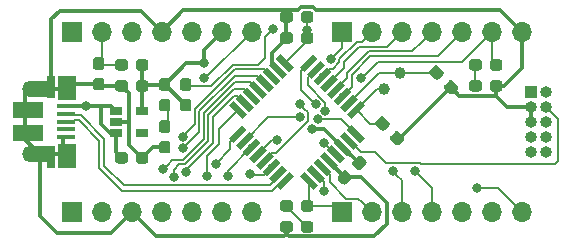
<source format=gtl>
G04 #@! TF.GenerationSoftware,KiCad,Pcbnew,(5.1.2)-2*
G04 #@! TF.CreationDate,2019-11-25T16:57:55+01:00*
G04 #@! TF.ProjectId,nanoSAMD21E18v1,6e616e6f-5341-44d4-9432-314531387631,rev?*
G04 #@! TF.SameCoordinates,Original*
G04 #@! TF.FileFunction,Copper,L1,Top*
G04 #@! TF.FilePolarity,Positive*
%FSLAX46Y46*%
G04 Gerber Fmt 4.6, Leading zero omitted, Abs format (unit mm)*
G04 Created by KiCad (PCBNEW (5.1.2)-2) date 2019-11-25 16:57:55*
%MOMM*%
%LPD*%
G04 APERTURE LIST*
%ADD10O,1.700000X1.700000*%
%ADD11R,1.700000X1.700000*%
%ADD12C,0.100000*%
%ADD13C,0.950000*%
%ADD14R,1.000000X1.000000*%
%ADD15O,1.000000X1.000000*%
%ADD16R,2.000000X1.350000*%
%ADD17R,0.700000X1.825000*%
%ADD18R,1.500000X2.000000*%
%ADD19R,1.650000X0.400000*%
%ADD20O,1.500000X1.100000*%
%ADD21O,1.700000X1.350000*%
%ADD22R,2.500000X1.430000*%
%ADD23R,1.060000X0.650000*%
%ADD24C,0.550000*%
%ADD25C,1.000000*%
%ADD26C,0.800000*%
%ADD27C,0.300000*%
%ADD28C,0.200000*%
G04 APERTURE END LIST*
D10*
X163830000Y-86106000D03*
X161290000Y-86106000D03*
X158750000Y-86106000D03*
X156210000Y-86106000D03*
X153670000Y-86106000D03*
X151130000Y-86106000D03*
D11*
X148590000Y-86106000D03*
D10*
X140970000Y-86106000D03*
X138430000Y-86106000D03*
X135890000Y-86106000D03*
X133350000Y-86106000D03*
X130810000Y-86106000D03*
X128270000Y-86106000D03*
D11*
X125730000Y-86106000D03*
D10*
X163830000Y-101346000D03*
X161290000Y-101346000D03*
X158750000Y-101346000D03*
X156210000Y-101346000D03*
X153670000Y-101346000D03*
X151130000Y-101346000D03*
D11*
X148590000Y-101346000D03*
D10*
X140970000Y-101346000D03*
X138430000Y-101346000D03*
X135890000Y-101346000D03*
X133350000Y-101346000D03*
X130810000Y-101346000D03*
X128270000Y-101346000D03*
D11*
X125730000Y-101346000D03*
D12*
G36*
X145965779Y-100364144D02*
G01*
X145988834Y-100367563D01*
X146011443Y-100373227D01*
X146033387Y-100381079D01*
X146054457Y-100391044D01*
X146074448Y-100403026D01*
X146093168Y-100416910D01*
X146110438Y-100432562D01*
X146126090Y-100449832D01*
X146139974Y-100468552D01*
X146151956Y-100488543D01*
X146161921Y-100509613D01*
X146169773Y-100531557D01*
X146175437Y-100554166D01*
X146178856Y-100577221D01*
X146180000Y-100600500D01*
X146180000Y-101075500D01*
X146178856Y-101098779D01*
X146175437Y-101121834D01*
X146169773Y-101144443D01*
X146161921Y-101166387D01*
X146151956Y-101187457D01*
X146139974Y-101207448D01*
X146126090Y-101226168D01*
X146110438Y-101243438D01*
X146093168Y-101259090D01*
X146074448Y-101272974D01*
X146054457Y-101284956D01*
X146033387Y-101294921D01*
X146011443Y-101302773D01*
X145988834Y-101308437D01*
X145965779Y-101311856D01*
X145942500Y-101313000D01*
X145367500Y-101313000D01*
X145344221Y-101311856D01*
X145321166Y-101308437D01*
X145298557Y-101302773D01*
X145276613Y-101294921D01*
X145255543Y-101284956D01*
X145235552Y-101272974D01*
X145216832Y-101259090D01*
X145199562Y-101243438D01*
X145183910Y-101226168D01*
X145170026Y-101207448D01*
X145158044Y-101187457D01*
X145148079Y-101166387D01*
X145140227Y-101144443D01*
X145134563Y-101121834D01*
X145131144Y-101098779D01*
X145130000Y-101075500D01*
X145130000Y-100600500D01*
X145131144Y-100577221D01*
X145134563Y-100554166D01*
X145140227Y-100531557D01*
X145148079Y-100509613D01*
X145158044Y-100488543D01*
X145170026Y-100468552D01*
X145183910Y-100449832D01*
X145199562Y-100432562D01*
X145216832Y-100416910D01*
X145235552Y-100403026D01*
X145255543Y-100391044D01*
X145276613Y-100381079D01*
X145298557Y-100373227D01*
X145321166Y-100367563D01*
X145344221Y-100364144D01*
X145367500Y-100363000D01*
X145942500Y-100363000D01*
X145965779Y-100364144D01*
X145965779Y-100364144D01*
G37*
D13*
X145655000Y-100838000D03*
D12*
G36*
X144215779Y-100364144D02*
G01*
X144238834Y-100367563D01*
X144261443Y-100373227D01*
X144283387Y-100381079D01*
X144304457Y-100391044D01*
X144324448Y-100403026D01*
X144343168Y-100416910D01*
X144360438Y-100432562D01*
X144376090Y-100449832D01*
X144389974Y-100468552D01*
X144401956Y-100488543D01*
X144411921Y-100509613D01*
X144419773Y-100531557D01*
X144425437Y-100554166D01*
X144428856Y-100577221D01*
X144430000Y-100600500D01*
X144430000Y-101075500D01*
X144428856Y-101098779D01*
X144425437Y-101121834D01*
X144419773Y-101144443D01*
X144411921Y-101166387D01*
X144401956Y-101187457D01*
X144389974Y-101207448D01*
X144376090Y-101226168D01*
X144360438Y-101243438D01*
X144343168Y-101259090D01*
X144324448Y-101272974D01*
X144304457Y-101284956D01*
X144283387Y-101294921D01*
X144261443Y-101302773D01*
X144238834Y-101308437D01*
X144215779Y-101311856D01*
X144192500Y-101313000D01*
X143617500Y-101313000D01*
X143594221Y-101311856D01*
X143571166Y-101308437D01*
X143548557Y-101302773D01*
X143526613Y-101294921D01*
X143505543Y-101284956D01*
X143485552Y-101272974D01*
X143466832Y-101259090D01*
X143449562Y-101243438D01*
X143433910Y-101226168D01*
X143420026Y-101207448D01*
X143408044Y-101187457D01*
X143398079Y-101166387D01*
X143390227Y-101144443D01*
X143384563Y-101121834D01*
X143381144Y-101098779D01*
X143380000Y-101075500D01*
X143380000Y-100600500D01*
X143381144Y-100577221D01*
X143384563Y-100554166D01*
X143390227Y-100531557D01*
X143398079Y-100509613D01*
X143408044Y-100488543D01*
X143420026Y-100468552D01*
X143433910Y-100449832D01*
X143449562Y-100432562D01*
X143466832Y-100416910D01*
X143485552Y-100403026D01*
X143505543Y-100391044D01*
X143526613Y-100381079D01*
X143548557Y-100373227D01*
X143571166Y-100367563D01*
X143594221Y-100364144D01*
X143617500Y-100363000D01*
X144192500Y-100363000D01*
X144215779Y-100364144D01*
X144215779Y-100364144D01*
G37*
D13*
X143905000Y-100838000D03*
D12*
G36*
X161967779Y-88426144D02*
G01*
X161990834Y-88429563D01*
X162013443Y-88435227D01*
X162035387Y-88443079D01*
X162056457Y-88453044D01*
X162076448Y-88465026D01*
X162095168Y-88478910D01*
X162112438Y-88494562D01*
X162128090Y-88511832D01*
X162141974Y-88530552D01*
X162153956Y-88550543D01*
X162163921Y-88571613D01*
X162171773Y-88593557D01*
X162177437Y-88616166D01*
X162180856Y-88639221D01*
X162182000Y-88662500D01*
X162182000Y-89137500D01*
X162180856Y-89160779D01*
X162177437Y-89183834D01*
X162171773Y-89206443D01*
X162163921Y-89228387D01*
X162153956Y-89249457D01*
X162141974Y-89269448D01*
X162128090Y-89288168D01*
X162112438Y-89305438D01*
X162095168Y-89321090D01*
X162076448Y-89334974D01*
X162056457Y-89346956D01*
X162035387Y-89356921D01*
X162013443Y-89364773D01*
X161990834Y-89370437D01*
X161967779Y-89373856D01*
X161944500Y-89375000D01*
X161369500Y-89375000D01*
X161346221Y-89373856D01*
X161323166Y-89370437D01*
X161300557Y-89364773D01*
X161278613Y-89356921D01*
X161257543Y-89346956D01*
X161237552Y-89334974D01*
X161218832Y-89321090D01*
X161201562Y-89305438D01*
X161185910Y-89288168D01*
X161172026Y-89269448D01*
X161160044Y-89249457D01*
X161150079Y-89228387D01*
X161142227Y-89206443D01*
X161136563Y-89183834D01*
X161133144Y-89160779D01*
X161132000Y-89137500D01*
X161132000Y-88662500D01*
X161133144Y-88639221D01*
X161136563Y-88616166D01*
X161142227Y-88593557D01*
X161150079Y-88571613D01*
X161160044Y-88550543D01*
X161172026Y-88530552D01*
X161185910Y-88511832D01*
X161201562Y-88494562D01*
X161218832Y-88478910D01*
X161237552Y-88465026D01*
X161257543Y-88453044D01*
X161278613Y-88443079D01*
X161300557Y-88435227D01*
X161323166Y-88429563D01*
X161346221Y-88426144D01*
X161369500Y-88425000D01*
X161944500Y-88425000D01*
X161967779Y-88426144D01*
X161967779Y-88426144D01*
G37*
D13*
X161657000Y-88900000D03*
D12*
G36*
X160217779Y-88426144D02*
G01*
X160240834Y-88429563D01*
X160263443Y-88435227D01*
X160285387Y-88443079D01*
X160306457Y-88453044D01*
X160326448Y-88465026D01*
X160345168Y-88478910D01*
X160362438Y-88494562D01*
X160378090Y-88511832D01*
X160391974Y-88530552D01*
X160403956Y-88550543D01*
X160413921Y-88571613D01*
X160421773Y-88593557D01*
X160427437Y-88616166D01*
X160430856Y-88639221D01*
X160432000Y-88662500D01*
X160432000Y-89137500D01*
X160430856Y-89160779D01*
X160427437Y-89183834D01*
X160421773Y-89206443D01*
X160413921Y-89228387D01*
X160403956Y-89249457D01*
X160391974Y-89269448D01*
X160378090Y-89288168D01*
X160362438Y-89305438D01*
X160345168Y-89321090D01*
X160326448Y-89334974D01*
X160306457Y-89346956D01*
X160285387Y-89356921D01*
X160263443Y-89364773D01*
X160240834Y-89370437D01*
X160217779Y-89373856D01*
X160194500Y-89375000D01*
X159619500Y-89375000D01*
X159596221Y-89373856D01*
X159573166Y-89370437D01*
X159550557Y-89364773D01*
X159528613Y-89356921D01*
X159507543Y-89346956D01*
X159487552Y-89334974D01*
X159468832Y-89321090D01*
X159451562Y-89305438D01*
X159435910Y-89288168D01*
X159422026Y-89269448D01*
X159410044Y-89249457D01*
X159400079Y-89228387D01*
X159392227Y-89206443D01*
X159386563Y-89183834D01*
X159383144Y-89160779D01*
X159382000Y-89137500D01*
X159382000Y-88662500D01*
X159383144Y-88639221D01*
X159386563Y-88616166D01*
X159392227Y-88593557D01*
X159400079Y-88571613D01*
X159410044Y-88550543D01*
X159422026Y-88530552D01*
X159435910Y-88511832D01*
X159451562Y-88494562D01*
X159468832Y-88478910D01*
X159487552Y-88465026D01*
X159507543Y-88453044D01*
X159528613Y-88443079D01*
X159550557Y-88435227D01*
X159573166Y-88429563D01*
X159596221Y-88426144D01*
X159619500Y-88425000D01*
X160194500Y-88425000D01*
X160217779Y-88426144D01*
X160217779Y-88426144D01*
G37*
D13*
X159907000Y-88900000D03*
D12*
G36*
X133864779Y-90041144D02*
G01*
X133887834Y-90044563D01*
X133910443Y-90050227D01*
X133932387Y-90058079D01*
X133953457Y-90068044D01*
X133973448Y-90080026D01*
X133992168Y-90093910D01*
X134009438Y-90109562D01*
X134025090Y-90126832D01*
X134038974Y-90145552D01*
X134050956Y-90165543D01*
X134060921Y-90186613D01*
X134068773Y-90208557D01*
X134074437Y-90231166D01*
X134077856Y-90254221D01*
X134079000Y-90277500D01*
X134079000Y-90852500D01*
X134077856Y-90875779D01*
X134074437Y-90898834D01*
X134068773Y-90921443D01*
X134060921Y-90943387D01*
X134050956Y-90964457D01*
X134038974Y-90984448D01*
X134025090Y-91003168D01*
X134009438Y-91020438D01*
X133992168Y-91036090D01*
X133973448Y-91049974D01*
X133953457Y-91061956D01*
X133932387Y-91071921D01*
X133910443Y-91079773D01*
X133887834Y-91085437D01*
X133864779Y-91088856D01*
X133841500Y-91090000D01*
X133366500Y-91090000D01*
X133343221Y-91088856D01*
X133320166Y-91085437D01*
X133297557Y-91079773D01*
X133275613Y-91071921D01*
X133254543Y-91061956D01*
X133234552Y-91049974D01*
X133215832Y-91036090D01*
X133198562Y-91020438D01*
X133182910Y-91003168D01*
X133169026Y-90984448D01*
X133157044Y-90964457D01*
X133147079Y-90943387D01*
X133139227Y-90921443D01*
X133133563Y-90898834D01*
X133130144Y-90875779D01*
X133129000Y-90852500D01*
X133129000Y-90277500D01*
X133130144Y-90254221D01*
X133133563Y-90231166D01*
X133139227Y-90208557D01*
X133147079Y-90186613D01*
X133157044Y-90165543D01*
X133169026Y-90145552D01*
X133182910Y-90126832D01*
X133198562Y-90109562D01*
X133215832Y-90093910D01*
X133234552Y-90080026D01*
X133254543Y-90068044D01*
X133275613Y-90058079D01*
X133297557Y-90050227D01*
X133320166Y-90044563D01*
X133343221Y-90041144D01*
X133366500Y-90040000D01*
X133841500Y-90040000D01*
X133864779Y-90041144D01*
X133864779Y-90041144D01*
G37*
D13*
X133604000Y-90565000D03*
D12*
G36*
X133864779Y-91791144D02*
G01*
X133887834Y-91794563D01*
X133910443Y-91800227D01*
X133932387Y-91808079D01*
X133953457Y-91818044D01*
X133973448Y-91830026D01*
X133992168Y-91843910D01*
X134009438Y-91859562D01*
X134025090Y-91876832D01*
X134038974Y-91895552D01*
X134050956Y-91915543D01*
X134060921Y-91936613D01*
X134068773Y-91958557D01*
X134074437Y-91981166D01*
X134077856Y-92004221D01*
X134079000Y-92027500D01*
X134079000Y-92602500D01*
X134077856Y-92625779D01*
X134074437Y-92648834D01*
X134068773Y-92671443D01*
X134060921Y-92693387D01*
X134050956Y-92714457D01*
X134038974Y-92734448D01*
X134025090Y-92753168D01*
X134009438Y-92770438D01*
X133992168Y-92786090D01*
X133973448Y-92799974D01*
X133953457Y-92811956D01*
X133932387Y-92821921D01*
X133910443Y-92829773D01*
X133887834Y-92835437D01*
X133864779Y-92838856D01*
X133841500Y-92840000D01*
X133366500Y-92840000D01*
X133343221Y-92838856D01*
X133320166Y-92835437D01*
X133297557Y-92829773D01*
X133275613Y-92821921D01*
X133254543Y-92811956D01*
X133234552Y-92799974D01*
X133215832Y-92786090D01*
X133198562Y-92770438D01*
X133182910Y-92753168D01*
X133169026Y-92734448D01*
X133157044Y-92714457D01*
X133147079Y-92693387D01*
X133139227Y-92671443D01*
X133133563Y-92648834D01*
X133130144Y-92625779D01*
X133129000Y-92602500D01*
X133129000Y-92027500D01*
X133130144Y-92004221D01*
X133133563Y-91981166D01*
X133139227Y-91958557D01*
X133147079Y-91936613D01*
X133157044Y-91915543D01*
X133169026Y-91895552D01*
X133182910Y-91876832D01*
X133198562Y-91859562D01*
X133215832Y-91843910D01*
X133234552Y-91830026D01*
X133254543Y-91818044D01*
X133275613Y-91808079D01*
X133297557Y-91800227D01*
X133320166Y-91794563D01*
X133343221Y-91791144D01*
X133366500Y-91790000D01*
X133841500Y-91790000D01*
X133864779Y-91791144D01*
X133864779Y-91791144D01*
G37*
D13*
X133604000Y-92315000D03*
D12*
G36*
X131995779Y-88426144D02*
G01*
X132018834Y-88429563D01*
X132041443Y-88435227D01*
X132063387Y-88443079D01*
X132084457Y-88453044D01*
X132104448Y-88465026D01*
X132123168Y-88478910D01*
X132140438Y-88494562D01*
X132156090Y-88511832D01*
X132169974Y-88530552D01*
X132181956Y-88550543D01*
X132191921Y-88571613D01*
X132199773Y-88593557D01*
X132205437Y-88616166D01*
X132208856Y-88639221D01*
X132210000Y-88662500D01*
X132210000Y-89137500D01*
X132208856Y-89160779D01*
X132205437Y-89183834D01*
X132199773Y-89206443D01*
X132191921Y-89228387D01*
X132181956Y-89249457D01*
X132169974Y-89269448D01*
X132156090Y-89288168D01*
X132140438Y-89305438D01*
X132123168Y-89321090D01*
X132104448Y-89334974D01*
X132084457Y-89346956D01*
X132063387Y-89356921D01*
X132041443Y-89364773D01*
X132018834Y-89370437D01*
X131995779Y-89373856D01*
X131972500Y-89375000D01*
X131397500Y-89375000D01*
X131374221Y-89373856D01*
X131351166Y-89370437D01*
X131328557Y-89364773D01*
X131306613Y-89356921D01*
X131285543Y-89346956D01*
X131265552Y-89334974D01*
X131246832Y-89321090D01*
X131229562Y-89305438D01*
X131213910Y-89288168D01*
X131200026Y-89269448D01*
X131188044Y-89249457D01*
X131178079Y-89228387D01*
X131170227Y-89206443D01*
X131164563Y-89183834D01*
X131161144Y-89160779D01*
X131160000Y-89137500D01*
X131160000Y-88662500D01*
X131161144Y-88639221D01*
X131164563Y-88616166D01*
X131170227Y-88593557D01*
X131178079Y-88571613D01*
X131188044Y-88550543D01*
X131200026Y-88530552D01*
X131213910Y-88511832D01*
X131229562Y-88494562D01*
X131246832Y-88478910D01*
X131265552Y-88465026D01*
X131285543Y-88453044D01*
X131306613Y-88443079D01*
X131328557Y-88435227D01*
X131351166Y-88429563D01*
X131374221Y-88426144D01*
X131397500Y-88425000D01*
X131972500Y-88425000D01*
X131995779Y-88426144D01*
X131995779Y-88426144D01*
G37*
D13*
X131685000Y-88900000D03*
D12*
G36*
X130245779Y-88426144D02*
G01*
X130268834Y-88429563D01*
X130291443Y-88435227D01*
X130313387Y-88443079D01*
X130334457Y-88453044D01*
X130354448Y-88465026D01*
X130373168Y-88478910D01*
X130390438Y-88494562D01*
X130406090Y-88511832D01*
X130419974Y-88530552D01*
X130431956Y-88550543D01*
X130441921Y-88571613D01*
X130449773Y-88593557D01*
X130455437Y-88616166D01*
X130458856Y-88639221D01*
X130460000Y-88662500D01*
X130460000Y-89137500D01*
X130458856Y-89160779D01*
X130455437Y-89183834D01*
X130449773Y-89206443D01*
X130441921Y-89228387D01*
X130431956Y-89249457D01*
X130419974Y-89269448D01*
X130406090Y-89288168D01*
X130390438Y-89305438D01*
X130373168Y-89321090D01*
X130354448Y-89334974D01*
X130334457Y-89346956D01*
X130313387Y-89356921D01*
X130291443Y-89364773D01*
X130268834Y-89370437D01*
X130245779Y-89373856D01*
X130222500Y-89375000D01*
X129647500Y-89375000D01*
X129624221Y-89373856D01*
X129601166Y-89370437D01*
X129578557Y-89364773D01*
X129556613Y-89356921D01*
X129535543Y-89346956D01*
X129515552Y-89334974D01*
X129496832Y-89321090D01*
X129479562Y-89305438D01*
X129463910Y-89288168D01*
X129450026Y-89269448D01*
X129438044Y-89249457D01*
X129428079Y-89228387D01*
X129420227Y-89206443D01*
X129414563Y-89183834D01*
X129411144Y-89160779D01*
X129410000Y-89137500D01*
X129410000Y-88662500D01*
X129411144Y-88639221D01*
X129414563Y-88616166D01*
X129420227Y-88593557D01*
X129428079Y-88571613D01*
X129438044Y-88550543D01*
X129450026Y-88530552D01*
X129463910Y-88511832D01*
X129479562Y-88494562D01*
X129496832Y-88478910D01*
X129515552Y-88465026D01*
X129535543Y-88453044D01*
X129556613Y-88443079D01*
X129578557Y-88435227D01*
X129601166Y-88429563D01*
X129624221Y-88426144D01*
X129647500Y-88425000D01*
X130222500Y-88425000D01*
X130245779Y-88426144D01*
X130245779Y-88426144D01*
G37*
D13*
X129935000Y-88900000D03*
D12*
G36*
X145965779Y-102142144D02*
G01*
X145988834Y-102145563D01*
X146011443Y-102151227D01*
X146033387Y-102159079D01*
X146054457Y-102169044D01*
X146074448Y-102181026D01*
X146093168Y-102194910D01*
X146110438Y-102210562D01*
X146126090Y-102227832D01*
X146139974Y-102246552D01*
X146151956Y-102266543D01*
X146161921Y-102287613D01*
X146169773Y-102309557D01*
X146175437Y-102332166D01*
X146178856Y-102355221D01*
X146180000Y-102378500D01*
X146180000Y-102853500D01*
X146178856Y-102876779D01*
X146175437Y-102899834D01*
X146169773Y-102922443D01*
X146161921Y-102944387D01*
X146151956Y-102965457D01*
X146139974Y-102985448D01*
X146126090Y-103004168D01*
X146110438Y-103021438D01*
X146093168Y-103037090D01*
X146074448Y-103050974D01*
X146054457Y-103062956D01*
X146033387Y-103072921D01*
X146011443Y-103080773D01*
X145988834Y-103086437D01*
X145965779Y-103089856D01*
X145942500Y-103091000D01*
X145367500Y-103091000D01*
X145344221Y-103089856D01*
X145321166Y-103086437D01*
X145298557Y-103080773D01*
X145276613Y-103072921D01*
X145255543Y-103062956D01*
X145235552Y-103050974D01*
X145216832Y-103037090D01*
X145199562Y-103021438D01*
X145183910Y-103004168D01*
X145170026Y-102985448D01*
X145158044Y-102965457D01*
X145148079Y-102944387D01*
X145140227Y-102922443D01*
X145134563Y-102899834D01*
X145131144Y-102876779D01*
X145130000Y-102853500D01*
X145130000Y-102378500D01*
X145131144Y-102355221D01*
X145134563Y-102332166D01*
X145140227Y-102309557D01*
X145148079Y-102287613D01*
X145158044Y-102266543D01*
X145170026Y-102246552D01*
X145183910Y-102227832D01*
X145199562Y-102210562D01*
X145216832Y-102194910D01*
X145235552Y-102181026D01*
X145255543Y-102169044D01*
X145276613Y-102159079D01*
X145298557Y-102151227D01*
X145321166Y-102145563D01*
X145344221Y-102142144D01*
X145367500Y-102141000D01*
X145942500Y-102141000D01*
X145965779Y-102142144D01*
X145965779Y-102142144D01*
G37*
D13*
X145655000Y-102616000D03*
D12*
G36*
X144215779Y-102142144D02*
G01*
X144238834Y-102145563D01*
X144261443Y-102151227D01*
X144283387Y-102159079D01*
X144304457Y-102169044D01*
X144324448Y-102181026D01*
X144343168Y-102194910D01*
X144360438Y-102210562D01*
X144376090Y-102227832D01*
X144389974Y-102246552D01*
X144401956Y-102266543D01*
X144411921Y-102287613D01*
X144419773Y-102309557D01*
X144425437Y-102332166D01*
X144428856Y-102355221D01*
X144430000Y-102378500D01*
X144430000Y-102853500D01*
X144428856Y-102876779D01*
X144425437Y-102899834D01*
X144419773Y-102922443D01*
X144411921Y-102944387D01*
X144401956Y-102965457D01*
X144389974Y-102985448D01*
X144376090Y-103004168D01*
X144360438Y-103021438D01*
X144343168Y-103037090D01*
X144324448Y-103050974D01*
X144304457Y-103062956D01*
X144283387Y-103072921D01*
X144261443Y-103080773D01*
X144238834Y-103086437D01*
X144215779Y-103089856D01*
X144192500Y-103091000D01*
X143617500Y-103091000D01*
X143594221Y-103089856D01*
X143571166Y-103086437D01*
X143548557Y-103080773D01*
X143526613Y-103072921D01*
X143505543Y-103062956D01*
X143485552Y-103050974D01*
X143466832Y-103037090D01*
X143449562Y-103021438D01*
X143433910Y-103004168D01*
X143420026Y-102985448D01*
X143408044Y-102965457D01*
X143398079Y-102944387D01*
X143390227Y-102922443D01*
X143384563Y-102899834D01*
X143381144Y-102876779D01*
X143380000Y-102853500D01*
X143380000Y-102378500D01*
X143381144Y-102355221D01*
X143384563Y-102332166D01*
X143390227Y-102309557D01*
X143398079Y-102287613D01*
X143408044Y-102266543D01*
X143420026Y-102246552D01*
X143433910Y-102227832D01*
X143449562Y-102210562D01*
X143466832Y-102194910D01*
X143485552Y-102181026D01*
X143505543Y-102169044D01*
X143526613Y-102159079D01*
X143548557Y-102151227D01*
X143571166Y-102145563D01*
X143594221Y-102142144D01*
X143617500Y-102141000D01*
X144192500Y-102141000D01*
X144215779Y-102142144D01*
X144215779Y-102142144D01*
G37*
D13*
X143905000Y-102616000D03*
D12*
G36*
X160217779Y-90204144D02*
G01*
X160240834Y-90207563D01*
X160263443Y-90213227D01*
X160285387Y-90221079D01*
X160306457Y-90231044D01*
X160326448Y-90243026D01*
X160345168Y-90256910D01*
X160362438Y-90272562D01*
X160378090Y-90289832D01*
X160391974Y-90308552D01*
X160403956Y-90328543D01*
X160413921Y-90349613D01*
X160421773Y-90371557D01*
X160427437Y-90394166D01*
X160430856Y-90417221D01*
X160432000Y-90440500D01*
X160432000Y-90915500D01*
X160430856Y-90938779D01*
X160427437Y-90961834D01*
X160421773Y-90984443D01*
X160413921Y-91006387D01*
X160403956Y-91027457D01*
X160391974Y-91047448D01*
X160378090Y-91066168D01*
X160362438Y-91083438D01*
X160345168Y-91099090D01*
X160326448Y-91112974D01*
X160306457Y-91124956D01*
X160285387Y-91134921D01*
X160263443Y-91142773D01*
X160240834Y-91148437D01*
X160217779Y-91151856D01*
X160194500Y-91153000D01*
X159619500Y-91153000D01*
X159596221Y-91151856D01*
X159573166Y-91148437D01*
X159550557Y-91142773D01*
X159528613Y-91134921D01*
X159507543Y-91124956D01*
X159487552Y-91112974D01*
X159468832Y-91099090D01*
X159451562Y-91083438D01*
X159435910Y-91066168D01*
X159422026Y-91047448D01*
X159410044Y-91027457D01*
X159400079Y-91006387D01*
X159392227Y-90984443D01*
X159386563Y-90961834D01*
X159383144Y-90938779D01*
X159382000Y-90915500D01*
X159382000Y-90440500D01*
X159383144Y-90417221D01*
X159386563Y-90394166D01*
X159392227Y-90371557D01*
X159400079Y-90349613D01*
X159410044Y-90328543D01*
X159422026Y-90308552D01*
X159435910Y-90289832D01*
X159451562Y-90272562D01*
X159468832Y-90256910D01*
X159487552Y-90243026D01*
X159507543Y-90231044D01*
X159528613Y-90221079D01*
X159550557Y-90213227D01*
X159573166Y-90207563D01*
X159596221Y-90204144D01*
X159619500Y-90203000D01*
X160194500Y-90203000D01*
X160217779Y-90204144D01*
X160217779Y-90204144D01*
G37*
D13*
X159907000Y-90678000D03*
D12*
G36*
X161967779Y-90204144D02*
G01*
X161990834Y-90207563D01*
X162013443Y-90213227D01*
X162035387Y-90221079D01*
X162056457Y-90231044D01*
X162076448Y-90243026D01*
X162095168Y-90256910D01*
X162112438Y-90272562D01*
X162128090Y-90289832D01*
X162141974Y-90308552D01*
X162153956Y-90328543D01*
X162163921Y-90349613D01*
X162171773Y-90371557D01*
X162177437Y-90394166D01*
X162180856Y-90417221D01*
X162182000Y-90440500D01*
X162182000Y-90915500D01*
X162180856Y-90938779D01*
X162177437Y-90961834D01*
X162171773Y-90984443D01*
X162163921Y-91006387D01*
X162153956Y-91027457D01*
X162141974Y-91047448D01*
X162128090Y-91066168D01*
X162112438Y-91083438D01*
X162095168Y-91099090D01*
X162076448Y-91112974D01*
X162056457Y-91124956D01*
X162035387Y-91134921D01*
X162013443Y-91142773D01*
X161990834Y-91148437D01*
X161967779Y-91151856D01*
X161944500Y-91153000D01*
X161369500Y-91153000D01*
X161346221Y-91151856D01*
X161323166Y-91148437D01*
X161300557Y-91142773D01*
X161278613Y-91134921D01*
X161257543Y-91124956D01*
X161237552Y-91112974D01*
X161218832Y-91099090D01*
X161201562Y-91083438D01*
X161185910Y-91066168D01*
X161172026Y-91047448D01*
X161160044Y-91027457D01*
X161150079Y-91006387D01*
X161142227Y-90984443D01*
X161136563Y-90961834D01*
X161133144Y-90938779D01*
X161132000Y-90915500D01*
X161132000Y-90440500D01*
X161133144Y-90417221D01*
X161136563Y-90394166D01*
X161142227Y-90371557D01*
X161150079Y-90349613D01*
X161160044Y-90328543D01*
X161172026Y-90308552D01*
X161185910Y-90289832D01*
X161201562Y-90272562D01*
X161218832Y-90256910D01*
X161237552Y-90243026D01*
X161257543Y-90231044D01*
X161278613Y-90221079D01*
X161300557Y-90213227D01*
X161323166Y-90207563D01*
X161346221Y-90204144D01*
X161369500Y-90203000D01*
X161944500Y-90203000D01*
X161967779Y-90204144D01*
X161967779Y-90204144D01*
G37*
D13*
X161657000Y-90678000D03*
D12*
G36*
X133864779Y-93597144D02*
G01*
X133887834Y-93600563D01*
X133910443Y-93606227D01*
X133932387Y-93614079D01*
X133953457Y-93624044D01*
X133973448Y-93636026D01*
X133992168Y-93649910D01*
X134009438Y-93665562D01*
X134025090Y-93682832D01*
X134038974Y-93701552D01*
X134050956Y-93721543D01*
X134060921Y-93742613D01*
X134068773Y-93764557D01*
X134074437Y-93787166D01*
X134077856Y-93810221D01*
X134079000Y-93833500D01*
X134079000Y-94408500D01*
X134077856Y-94431779D01*
X134074437Y-94454834D01*
X134068773Y-94477443D01*
X134060921Y-94499387D01*
X134050956Y-94520457D01*
X134038974Y-94540448D01*
X134025090Y-94559168D01*
X134009438Y-94576438D01*
X133992168Y-94592090D01*
X133973448Y-94605974D01*
X133953457Y-94617956D01*
X133932387Y-94627921D01*
X133910443Y-94635773D01*
X133887834Y-94641437D01*
X133864779Y-94644856D01*
X133841500Y-94646000D01*
X133366500Y-94646000D01*
X133343221Y-94644856D01*
X133320166Y-94641437D01*
X133297557Y-94635773D01*
X133275613Y-94627921D01*
X133254543Y-94617956D01*
X133234552Y-94605974D01*
X133215832Y-94592090D01*
X133198562Y-94576438D01*
X133182910Y-94559168D01*
X133169026Y-94540448D01*
X133157044Y-94520457D01*
X133147079Y-94499387D01*
X133139227Y-94477443D01*
X133133563Y-94454834D01*
X133130144Y-94431779D01*
X133129000Y-94408500D01*
X133129000Y-93833500D01*
X133130144Y-93810221D01*
X133133563Y-93787166D01*
X133139227Y-93764557D01*
X133147079Y-93742613D01*
X133157044Y-93721543D01*
X133169026Y-93701552D01*
X133182910Y-93682832D01*
X133198562Y-93665562D01*
X133215832Y-93649910D01*
X133234552Y-93636026D01*
X133254543Y-93624044D01*
X133275613Y-93614079D01*
X133297557Y-93606227D01*
X133320166Y-93600563D01*
X133343221Y-93597144D01*
X133366500Y-93596000D01*
X133841500Y-93596000D01*
X133864779Y-93597144D01*
X133864779Y-93597144D01*
G37*
D13*
X133604000Y-94121000D03*
D12*
G36*
X133864779Y-95347144D02*
G01*
X133887834Y-95350563D01*
X133910443Y-95356227D01*
X133932387Y-95364079D01*
X133953457Y-95374044D01*
X133973448Y-95386026D01*
X133992168Y-95399910D01*
X134009438Y-95415562D01*
X134025090Y-95432832D01*
X134038974Y-95451552D01*
X134050956Y-95471543D01*
X134060921Y-95492613D01*
X134068773Y-95514557D01*
X134074437Y-95537166D01*
X134077856Y-95560221D01*
X134079000Y-95583500D01*
X134079000Y-96158500D01*
X134077856Y-96181779D01*
X134074437Y-96204834D01*
X134068773Y-96227443D01*
X134060921Y-96249387D01*
X134050956Y-96270457D01*
X134038974Y-96290448D01*
X134025090Y-96309168D01*
X134009438Y-96326438D01*
X133992168Y-96342090D01*
X133973448Y-96355974D01*
X133953457Y-96367956D01*
X133932387Y-96377921D01*
X133910443Y-96385773D01*
X133887834Y-96391437D01*
X133864779Y-96394856D01*
X133841500Y-96396000D01*
X133366500Y-96396000D01*
X133343221Y-96394856D01*
X133320166Y-96391437D01*
X133297557Y-96385773D01*
X133275613Y-96377921D01*
X133254543Y-96367956D01*
X133234552Y-96355974D01*
X133215832Y-96342090D01*
X133198562Y-96326438D01*
X133182910Y-96309168D01*
X133169026Y-96290448D01*
X133157044Y-96270457D01*
X133147079Y-96249387D01*
X133139227Y-96227443D01*
X133133563Y-96204834D01*
X133130144Y-96181779D01*
X133129000Y-96158500D01*
X133129000Y-95583500D01*
X133130144Y-95560221D01*
X133133563Y-95537166D01*
X133139227Y-95514557D01*
X133147079Y-95492613D01*
X133157044Y-95471543D01*
X133169026Y-95451552D01*
X133182910Y-95432832D01*
X133198562Y-95415562D01*
X133215832Y-95399910D01*
X133234552Y-95386026D01*
X133254543Y-95374044D01*
X133275613Y-95364079D01*
X133297557Y-95356227D01*
X133320166Y-95350563D01*
X133343221Y-95347144D01*
X133366500Y-95346000D01*
X133841500Y-95346000D01*
X133864779Y-95347144D01*
X133864779Y-95347144D01*
G37*
D13*
X133604000Y-95871000D03*
D12*
G36*
X148902634Y-97817413D02*
G01*
X148925689Y-97820832D01*
X148948298Y-97826496D01*
X148970242Y-97834348D01*
X148991312Y-97844313D01*
X149011303Y-97856295D01*
X149030023Y-97870179D01*
X149047293Y-97885831D01*
X149383169Y-98221707D01*
X149398821Y-98238977D01*
X149412705Y-98257697D01*
X149424687Y-98277688D01*
X149434652Y-98298758D01*
X149442504Y-98320702D01*
X149448168Y-98343311D01*
X149451587Y-98366366D01*
X149452731Y-98389645D01*
X149451587Y-98412924D01*
X149448168Y-98435979D01*
X149442504Y-98458588D01*
X149434652Y-98480532D01*
X149424687Y-98501602D01*
X149412705Y-98521593D01*
X149398821Y-98540313D01*
X149383169Y-98557583D01*
X148976583Y-98964169D01*
X148959313Y-98979821D01*
X148940593Y-98993705D01*
X148920602Y-99005687D01*
X148899532Y-99015652D01*
X148877588Y-99023504D01*
X148854979Y-99029168D01*
X148831924Y-99032587D01*
X148808645Y-99033731D01*
X148785366Y-99032587D01*
X148762311Y-99029168D01*
X148739702Y-99023504D01*
X148717758Y-99015652D01*
X148696688Y-99005687D01*
X148676697Y-98993705D01*
X148657977Y-98979821D01*
X148640707Y-98964169D01*
X148304831Y-98628293D01*
X148289179Y-98611023D01*
X148275295Y-98592303D01*
X148263313Y-98572312D01*
X148253348Y-98551242D01*
X148245496Y-98529298D01*
X148239832Y-98506689D01*
X148236413Y-98483634D01*
X148235269Y-98460355D01*
X148236413Y-98437076D01*
X148239832Y-98414021D01*
X148245496Y-98391412D01*
X148253348Y-98369468D01*
X148263313Y-98348398D01*
X148275295Y-98328407D01*
X148289179Y-98309687D01*
X148304831Y-98292417D01*
X148711417Y-97885831D01*
X148728687Y-97870179D01*
X148747407Y-97856295D01*
X148767398Y-97844313D01*
X148788468Y-97834348D01*
X148810412Y-97826496D01*
X148833021Y-97820832D01*
X148856076Y-97817413D01*
X148879355Y-97816269D01*
X148902634Y-97817413D01*
X148902634Y-97817413D01*
G37*
D13*
X148844000Y-98425000D03*
D12*
G36*
X150140070Y-96579977D02*
G01*
X150163125Y-96583396D01*
X150185734Y-96589060D01*
X150207678Y-96596912D01*
X150228748Y-96606877D01*
X150248739Y-96618859D01*
X150267459Y-96632743D01*
X150284729Y-96648395D01*
X150620605Y-96984271D01*
X150636257Y-97001541D01*
X150650141Y-97020261D01*
X150662123Y-97040252D01*
X150672088Y-97061322D01*
X150679940Y-97083266D01*
X150685604Y-97105875D01*
X150689023Y-97128930D01*
X150690167Y-97152209D01*
X150689023Y-97175488D01*
X150685604Y-97198543D01*
X150679940Y-97221152D01*
X150672088Y-97243096D01*
X150662123Y-97264166D01*
X150650141Y-97284157D01*
X150636257Y-97302877D01*
X150620605Y-97320147D01*
X150214019Y-97726733D01*
X150196749Y-97742385D01*
X150178029Y-97756269D01*
X150158038Y-97768251D01*
X150136968Y-97778216D01*
X150115024Y-97786068D01*
X150092415Y-97791732D01*
X150069360Y-97795151D01*
X150046081Y-97796295D01*
X150022802Y-97795151D01*
X149999747Y-97791732D01*
X149977138Y-97786068D01*
X149955194Y-97778216D01*
X149934124Y-97768251D01*
X149914133Y-97756269D01*
X149895413Y-97742385D01*
X149878143Y-97726733D01*
X149542267Y-97390857D01*
X149526615Y-97373587D01*
X149512731Y-97354867D01*
X149500749Y-97334876D01*
X149490784Y-97313806D01*
X149482932Y-97291862D01*
X149477268Y-97269253D01*
X149473849Y-97246198D01*
X149472705Y-97222919D01*
X149473849Y-97199640D01*
X149477268Y-97176585D01*
X149482932Y-97153976D01*
X149490784Y-97132032D01*
X149500749Y-97110962D01*
X149512731Y-97090971D01*
X149526615Y-97072251D01*
X149542267Y-97054981D01*
X149948853Y-96648395D01*
X149966123Y-96632743D01*
X149984843Y-96618859D01*
X150004834Y-96606877D01*
X150025904Y-96596912D01*
X150047848Y-96589060D01*
X150070457Y-96583396D01*
X150093512Y-96579977D01*
X150116791Y-96578833D01*
X150140070Y-96579977D01*
X150140070Y-96579977D01*
G37*
D13*
X150081436Y-97187564D03*
D12*
G36*
X144215779Y-84362144D02*
G01*
X144238834Y-84365563D01*
X144261443Y-84371227D01*
X144283387Y-84379079D01*
X144304457Y-84389044D01*
X144324448Y-84401026D01*
X144343168Y-84414910D01*
X144360438Y-84430562D01*
X144376090Y-84447832D01*
X144389974Y-84466552D01*
X144401956Y-84486543D01*
X144411921Y-84507613D01*
X144419773Y-84529557D01*
X144425437Y-84552166D01*
X144428856Y-84575221D01*
X144430000Y-84598500D01*
X144430000Y-85073500D01*
X144428856Y-85096779D01*
X144425437Y-85119834D01*
X144419773Y-85142443D01*
X144411921Y-85164387D01*
X144401956Y-85185457D01*
X144389974Y-85205448D01*
X144376090Y-85224168D01*
X144360438Y-85241438D01*
X144343168Y-85257090D01*
X144324448Y-85270974D01*
X144304457Y-85282956D01*
X144283387Y-85292921D01*
X144261443Y-85300773D01*
X144238834Y-85306437D01*
X144215779Y-85309856D01*
X144192500Y-85311000D01*
X143617500Y-85311000D01*
X143594221Y-85309856D01*
X143571166Y-85306437D01*
X143548557Y-85300773D01*
X143526613Y-85292921D01*
X143505543Y-85282956D01*
X143485552Y-85270974D01*
X143466832Y-85257090D01*
X143449562Y-85241438D01*
X143433910Y-85224168D01*
X143420026Y-85205448D01*
X143408044Y-85185457D01*
X143398079Y-85164387D01*
X143390227Y-85142443D01*
X143384563Y-85119834D01*
X143381144Y-85096779D01*
X143380000Y-85073500D01*
X143380000Y-84598500D01*
X143381144Y-84575221D01*
X143384563Y-84552166D01*
X143390227Y-84529557D01*
X143398079Y-84507613D01*
X143408044Y-84486543D01*
X143420026Y-84466552D01*
X143433910Y-84447832D01*
X143449562Y-84430562D01*
X143466832Y-84414910D01*
X143485552Y-84401026D01*
X143505543Y-84389044D01*
X143526613Y-84379079D01*
X143548557Y-84371227D01*
X143571166Y-84365563D01*
X143594221Y-84362144D01*
X143617500Y-84361000D01*
X144192500Y-84361000D01*
X144215779Y-84362144D01*
X144215779Y-84362144D01*
G37*
D13*
X143905000Y-84836000D03*
D12*
G36*
X145965779Y-84362144D02*
G01*
X145988834Y-84365563D01*
X146011443Y-84371227D01*
X146033387Y-84379079D01*
X146054457Y-84389044D01*
X146074448Y-84401026D01*
X146093168Y-84414910D01*
X146110438Y-84430562D01*
X146126090Y-84447832D01*
X146139974Y-84466552D01*
X146151956Y-84486543D01*
X146161921Y-84507613D01*
X146169773Y-84529557D01*
X146175437Y-84552166D01*
X146178856Y-84575221D01*
X146180000Y-84598500D01*
X146180000Y-85073500D01*
X146178856Y-85096779D01*
X146175437Y-85119834D01*
X146169773Y-85142443D01*
X146161921Y-85164387D01*
X146151956Y-85185457D01*
X146139974Y-85205448D01*
X146126090Y-85224168D01*
X146110438Y-85241438D01*
X146093168Y-85257090D01*
X146074448Y-85270974D01*
X146054457Y-85282956D01*
X146033387Y-85292921D01*
X146011443Y-85300773D01*
X145988834Y-85306437D01*
X145965779Y-85309856D01*
X145942500Y-85311000D01*
X145367500Y-85311000D01*
X145344221Y-85309856D01*
X145321166Y-85306437D01*
X145298557Y-85300773D01*
X145276613Y-85292921D01*
X145255543Y-85282956D01*
X145235552Y-85270974D01*
X145216832Y-85257090D01*
X145199562Y-85241438D01*
X145183910Y-85224168D01*
X145170026Y-85205448D01*
X145158044Y-85185457D01*
X145148079Y-85164387D01*
X145140227Y-85142443D01*
X145134563Y-85119834D01*
X145131144Y-85096779D01*
X145130000Y-85073500D01*
X145130000Y-84598500D01*
X145131144Y-84575221D01*
X145134563Y-84552166D01*
X145140227Y-84529557D01*
X145148079Y-84507613D01*
X145158044Y-84486543D01*
X145170026Y-84466552D01*
X145183910Y-84447832D01*
X145199562Y-84430562D01*
X145216832Y-84414910D01*
X145235552Y-84401026D01*
X145255543Y-84389044D01*
X145276613Y-84379079D01*
X145298557Y-84371227D01*
X145321166Y-84365563D01*
X145344221Y-84362144D01*
X145367500Y-84361000D01*
X145942500Y-84361000D01*
X145965779Y-84362144D01*
X145965779Y-84362144D01*
G37*
D13*
X145655000Y-84836000D03*
D12*
G36*
X144215779Y-86140144D02*
G01*
X144238834Y-86143563D01*
X144261443Y-86149227D01*
X144283387Y-86157079D01*
X144304457Y-86167044D01*
X144324448Y-86179026D01*
X144343168Y-86192910D01*
X144360438Y-86208562D01*
X144376090Y-86225832D01*
X144389974Y-86244552D01*
X144401956Y-86264543D01*
X144411921Y-86285613D01*
X144419773Y-86307557D01*
X144425437Y-86330166D01*
X144428856Y-86353221D01*
X144430000Y-86376500D01*
X144430000Y-86851500D01*
X144428856Y-86874779D01*
X144425437Y-86897834D01*
X144419773Y-86920443D01*
X144411921Y-86942387D01*
X144401956Y-86963457D01*
X144389974Y-86983448D01*
X144376090Y-87002168D01*
X144360438Y-87019438D01*
X144343168Y-87035090D01*
X144324448Y-87048974D01*
X144304457Y-87060956D01*
X144283387Y-87070921D01*
X144261443Y-87078773D01*
X144238834Y-87084437D01*
X144215779Y-87087856D01*
X144192500Y-87089000D01*
X143617500Y-87089000D01*
X143594221Y-87087856D01*
X143571166Y-87084437D01*
X143548557Y-87078773D01*
X143526613Y-87070921D01*
X143505543Y-87060956D01*
X143485552Y-87048974D01*
X143466832Y-87035090D01*
X143449562Y-87019438D01*
X143433910Y-87002168D01*
X143420026Y-86983448D01*
X143408044Y-86963457D01*
X143398079Y-86942387D01*
X143390227Y-86920443D01*
X143384563Y-86897834D01*
X143381144Y-86874779D01*
X143380000Y-86851500D01*
X143380000Y-86376500D01*
X143381144Y-86353221D01*
X143384563Y-86330166D01*
X143390227Y-86307557D01*
X143398079Y-86285613D01*
X143408044Y-86264543D01*
X143420026Y-86244552D01*
X143433910Y-86225832D01*
X143449562Y-86208562D01*
X143466832Y-86192910D01*
X143485552Y-86179026D01*
X143505543Y-86167044D01*
X143526613Y-86157079D01*
X143548557Y-86149227D01*
X143571166Y-86143563D01*
X143594221Y-86140144D01*
X143617500Y-86139000D01*
X144192500Y-86139000D01*
X144215779Y-86140144D01*
X144215779Y-86140144D01*
G37*
D13*
X143905000Y-86614000D03*
D12*
G36*
X145965779Y-86140144D02*
G01*
X145988834Y-86143563D01*
X146011443Y-86149227D01*
X146033387Y-86157079D01*
X146054457Y-86167044D01*
X146074448Y-86179026D01*
X146093168Y-86192910D01*
X146110438Y-86208562D01*
X146126090Y-86225832D01*
X146139974Y-86244552D01*
X146151956Y-86264543D01*
X146161921Y-86285613D01*
X146169773Y-86307557D01*
X146175437Y-86330166D01*
X146178856Y-86353221D01*
X146180000Y-86376500D01*
X146180000Y-86851500D01*
X146178856Y-86874779D01*
X146175437Y-86897834D01*
X146169773Y-86920443D01*
X146161921Y-86942387D01*
X146151956Y-86963457D01*
X146139974Y-86983448D01*
X146126090Y-87002168D01*
X146110438Y-87019438D01*
X146093168Y-87035090D01*
X146074448Y-87048974D01*
X146054457Y-87060956D01*
X146033387Y-87070921D01*
X146011443Y-87078773D01*
X145988834Y-87084437D01*
X145965779Y-87087856D01*
X145942500Y-87089000D01*
X145367500Y-87089000D01*
X145344221Y-87087856D01*
X145321166Y-87084437D01*
X145298557Y-87078773D01*
X145276613Y-87070921D01*
X145255543Y-87060956D01*
X145235552Y-87048974D01*
X145216832Y-87035090D01*
X145199562Y-87019438D01*
X145183910Y-87002168D01*
X145170026Y-86983448D01*
X145158044Y-86963457D01*
X145148079Y-86942387D01*
X145140227Y-86920443D01*
X145134563Y-86897834D01*
X145131144Y-86874779D01*
X145130000Y-86851500D01*
X145130000Y-86376500D01*
X145131144Y-86353221D01*
X145134563Y-86330166D01*
X145140227Y-86307557D01*
X145148079Y-86285613D01*
X145158044Y-86264543D01*
X145170026Y-86244552D01*
X145183910Y-86225832D01*
X145199562Y-86208562D01*
X145216832Y-86192910D01*
X145235552Y-86179026D01*
X145255543Y-86167044D01*
X145276613Y-86157079D01*
X145298557Y-86149227D01*
X145321166Y-86143563D01*
X145344221Y-86140144D01*
X145367500Y-86139000D01*
X145942500Y-86139000D01*
X145965779Y-86140144D01*
X145965779Y-86140144D01*
G37*
D13*
X145655000Y-86614000D03*
D12*
G36*
X131995779Y-90204144D02*
G01*
X132018834Y-90207563D01*
X132041443Y-90213227D01*
X132063387Y-90221079D01*
X132084457Y-90231044D01*
X132104448Y-90243026D01*
X132123168Y-90256910D01*
X132140438Y-90272562D01*
X132156090Y-90289832D01*
X132169974Y-90308552D01*
X132181956Y-90328543D01*
X132191921Y-90349613D01*
X132199773Y-90371557D01*
X132205437Y-90394166D01*
X132208856Y-90417221D01*
X132210000Y-90440500D01*
X132210000Y-90915500D01*
X132208856Y-90938779D01*
X132205437Y-90961834D01*
X132199773Y-90984443D01*
X132191921Y-91006387D01*
X132181956Y-91027457D01*
X132169974Y-91047448D01*
X132156090Y-91066168D01*
X132140438Y-91083438D01*
X132123168Y-91099090D01*
X132104448Y-91112974D01*
X132084457Y-91124956D01*
X132063387Y-91134921D01*
X132041443Y-91142773D01*
X132018834Y-91148437D01*
X131995779Y-91151856D01*
X131972500Y-91153000D01*
X131397500Y-91153000D01*
X131374221Y-91151856D01*
X131351166Y-91148437D01*
X131328557Y-91142773D01*
X131306613Y-91134921D01*
X131285543Y-91124956D01*
X131265552Y-91112974D01*
X131246832Y-91099090D01*
X131229562Y-91083438D01*
X131213910Y-91066168D01*
X131200026Y-91047448D01*
X131188044Y-91027457D01*
X131178079Y-91006387D01*
X131170227Y-90984443D01*
X131164563Y-90961834D01*
X131161144Y-90938779D01*
X131160000Y-90915500D01*
X131160000Y-90440500D01*
X131161144Y-90417221D01*
X131164563Y-90394166D01*
X131170227Y-90371557D01*
X131178079Y-90349613D01*
X131188044Y-90328543D01*
X131200026Y-90308552D01*
X131213910Y-90289832D01*
X131229562Y-90272562D01*
X131246832Y-90256910D01*
X131265552Y-90243026D01*
X131285543Y-90231044D01*
X131306613Y-90221079D01*
X131328557Y-90213227D01*
X131351166Y-90207563D01*
X131374221Y-90204144D01*
X131397500Y-90203000D01*
X131972500Y-90203000D01*
X131995779Y-90204144D01*
X131995779Y-90204144D01*
G37*
D13*
X131685000Y-90678000D03*
D12*
G36*
X130245779Y-90204144D02*
G01*
X130268834Y-90207563D01*
X130291443Y-90213227D01*
X130313387Y-90221079D01*
X130334457Y-90231044D01*
X130354448Y-90243026D01*
X130373168Y-90256910D01*
X130390438Y-90272562D01*
X130406090Y-90289832D01*
X130419974Y-90308552D01*
X130431956Y-90328543D01*
X130441921Y-90349613D01*
X130449773Y-90371557D01*
X130455437Y-90394166D01*
X130458856Y-90417221D01*
X130460000Y-90440500D01*
X130460000Y-90915500D01*
X130458856Y-90938779D01*
X130455437Y-90961834D01*
X130449773Y-90984443D01*
X130441921Y-91006387D01*
X130431956Y-91027457D01*
X130419974Y-91047448D01*
X130406090Y-91066168D01*
X130390438Y-91083438D01*
X130373168Y-91099090D01*
X130354448Y-91112974D01*
X130334457Y-91124956D01*
X130313387Y-91134921D01*
X130291443Y-91142773D01*
X130268834Y-91148437D01*
X130245779Y-91151856D01*
X130222500Y-91153000D01*
X129647500Y-91153000D01*
X129624221Y-91151856D01*
X129601166Y-91148437D01*
X129578557Y-91142773D01*
X129556613Y-91134921D01*
X129535543Y-91124956D01*
X129515552Y-91112974D01*
X129496832Y-91099090D01*
X129479562Y-91083438D01*
X129463910Y-91066168D01*
X129450026Y-91047448D01*
X129438044Y-91027457D01*
X129428079Y-91006387D01*
X129420227Y-90984443D01*
X129414563Y-90961834D01*
X129411144Y-90938779D01*
X129410000Y-90915500D01*
X129410000Y-90440500D01*
X129411144Y-90417221D01*
X129414563Y-90394166D01*
X129420227Y-90371557D01*
X129428079Y-90349613D01*
X129438044Y-90328543D01*
X129450026Y-90308552D01*
X129463910Y-90289832D01*
X129479562Y-90272562D01*
X129496832Y-90256910D01*
X129515552Y-90243026D01*
X129535543Y-90231044D01*
X129556613Y-90221079D01*
X129578557Y-90213227D01*
X129601166Y-90207563D01*
X129624221Y-90204144D01*
X129647500Y-90203000D01*
X130222500Y-90203000D01*
X130245779Y-90204144D01*
X130245779Y-90204144D01*
G37*
D13*
X129935000Y-90678000D03*
D12*
G36*
X156595206Y-88943695D02*
G01*
X156618261Y-88947114D01*
X156640870Y-88952778D01*
X156662814Y-88960630D01*
X156683884Y-88970595D01*
X156703875Y-88982577D01*
X156722595Y-88996461D01*
X156739865Y-89012113D01*
X157146451Y-89418699D01*
X157162103Y-89435969D01*
X157175987Y-89454689D01*
X157187969Y-89474680D01*
X157197934Y-89495750D01*
X157205786Y-89517694D01*
X157211450Y-89540303D01*
X157214869Y-89563358D01*
X157216013Y-89586637D01*
X157214869Y-89609916D01*
X157211450Y-89632971D01*
X157205786Y-89655580D01*
X157197934Y-89677524D01*
X157187969Y-89698594D01*
X157175987Y-89718585D01*
X157162103Y-89737305D01*
X157146451Y-89754575D01*
X156810575Y-90090451D01*
X156793305Y-90106103D01*
X156774585Y-90119987D01*
X156754594Y-90131969D01*
X156733524Y-90141934D01*
X156711580Y-90149786D01*
X156688971Y-90155450D01*
X156665916Y-90158869D01*
X156642637Y-90160013D01*
X156619358Y-90158869D01*
X156596303Y-90155450D01*
X156573694Y-90149786D01*
X156551750Y-90141934D01*
X156530680Y-90131969D01*
X156510689Y-90119987D01*
X156491969Y-90106103D01*
X156474699Y-90090451D01*
X156068113Y-89683865D01*
X156052461Y-89666595D01*
X156038577Y-89647875D01*
X156026595Y-89627884D01*
X156016630Y-89606814D01*
X156008778Y-89584870D01*
X156003114Y-89562261D01*
X155999695Y-89539206D01*
X155998551Y-89515927D01*
X155999695Y-89492648D01*
X156003114Y-89469593D01*
X156008778Y-89446984D01*
X156016630Y-89425040D01*
X156026595Y-89403970D01*
X156038577Y-89383979D01*
X156052461Y-89365259D01*
X156068113Y-89347989D01*
X156403989Y-89012113D01*
X156421259Y-88996461D01*
X156439979Y-88982577D01*
X156459970Y-88970595D01*
X156481040Y-88960630D01*
X156502984Y-88952778D01*
X156525593Y-88947114D01*
X156548648Y-88943695D01*
X156571927Y-88942551D01*
X156595206Y-88943695D01*
X156595206Y-88943695D01*
G37*
D13*
X156607282Y-89551282D03*
D12*
G36*
X157832642Y-90181131D02*
G01*
X157855697Y-90184550D01*
X157878306Y-90190214D01*
X157900250Y-90198066D01*
X157921320Y-90208031D01*
X157941311Y-90220013D01*
X157960031Y-90233897D01*
X157977301Y-90249549D01*
X158383887Y-90656135D01*
X158399539Y-90673405D01*
X158413423Y-90692125D01*
X158425405Y-90712116D01*
X158435370Y-90733186D01*
X158443222Y-90755130D01*
X158448886Y-90777739D01*
X158452305Y-90800794D01*
X158453449Y-90824073D01*
X158452305Y-90847352D01*
X158448886Y-90870407D01*
X158443222Y-90893016D01*
X158435370Y-90914960D01*
X158425405Y-90936030D01*
X158413423Y-90956021D01*
X158399539Y-90974741D01*
X158383887Y-90992011D01*
X158048011Y-91327887D01*
X158030741Y-91343539D01*
X158012021Y-91357423D01*
X157992030Y-91369405D01*
X157970960Y-91379370D01*
X157949016Y-91387222D01*
X157926407Y-91392886D01*
X157903352Y-91396305D01*
X157880073Y-91397449D01*
X157856794Y-91396305D01*
X157833739Y-91392886D01*
X157811130Y-91387222D01*
X157789186Y-91379370D01*
X157768116Y-91369405D01*
X157748125Y-91357423D01*
X157729405Y-91343539D01*
X157712135Y-91327887D01*
X157305549Y-90921301D01*
X157289897Y-90904031D01*
X157276013Y-90885311D01*
X157264031Y-90865320D01*
X157254066Y-90844250D01*
X157246214Y-90822306D01*
X157240550Y-90799697D01*
X157237131Y-90776642D01*
X157235987Y-90753363D01*
X157237131Y-90730084D01*
X157240550Y-90707029D01*
X157246214Y-90684420D01*
X157254066Y-90662476D01*
X157264031Y-90641406D01*
X157276013Y-90621415D01*
X157289897Y-90602695D01*
X157305549Y-90585425D01*
X157641425Y-90249549D01*
X157658695Y-90233897D01*
X157677415Y-90220013D01*
X157697406Y-90208031D01*
X157718476Y-90198066D01*
X157740420Y-90190214D01*
X157763029Y-90184550D01*
X157786084Y-90181131D01*
X157809363Y-90179987D01*
X157832642Y-90181131D01*
X157832642Y-90181131D01*
G37*
D13*
X157844718Y-90788718D03*
D12*
G36*
X128276779Y-88263144D02*
G01*
X128299834Y-88266563D01*
X128322443Y-88272227D01*
X128344387Y-88280079D01*
X128365457Y-88290044D01*
X128385448Y-88302026D01*
X128404168Y-88315910D01*
X128421438Y-88331562D01*
X128437090Y-88348832D01*
X128450974Y-88367552D01*
X128462956Y-88387543D01*
X128472921Y-88408613D01*
X128480773Y-88430557D01*
X128486437Y-88453166D01*
X128489856Y-88476221D01*
X128491000Y-88499500D01*
X128491000Y-89074500D01*
X128489856Y-89097779D01*
X128486437Y-89120834D01*
X128480773Y-89143443D01*
X128472921Y-89165387D01*
X128462956Y-89186457D01*
X128450974Y-89206448D01*
X128437090Y-89225168D01*
X128421438Y-89242438D01*
X128404168Y-89258090D01*
X128385448Y-89271974D01*
X128365457Y-89283956D01*
X128344387Y-89293921D01*
X128322443Y-89301773D01*
X128299834Y-89307437D01*
X128276779Y-89310856D01*
X128253500Y-89312000D01*
X127778500Y-89312000D01*
X127755221Y-89310856D01*
X127732166Y-89307437D01*
X127709557Y-89301773D01*
X127687613Y-89293921D01*
X127666543Y-89283956D01*
X127646552Y-89271974D01*
X127627832Y-89258090D01*
X127610562Y-89242438D01*
X127594910Y-89225168D01*
X127581026Y-89206448D01*
X127569044Y-89186457D01*
X127559079Y-89165387D01*
X127551227Y-89143443D01*
X127545563Y-89120834D01*
X127542144Y-89097779D01*
X127541000Y-89074500D01*
X127541000Y-88499500D01*
X127542144Y-88476221D01*
X127545563Y-88453166D01*
X127551227Y-88430557D01*
X127559079Y-88408613D01*
X127569044Y-88387543D01*
X127581026Y-88367552D01*
X127594910Y-88348832D01*
X127610562Y-88331562D01*
X127627832Y-88315910D01*
X127646552Y-88302026D01*
X127666543Y-88290044D01*
X127687613Y-88280079D01*
X127709557Y-88272227D01*
X127732166Y-88266563D01*
X127755221Y-88263144D01*
X127778500Y-88262000D01*
X128253500Y-88262000D01*
X128276779Y-88263144D01*
X128276779Y-88263144D01*
G37*
D13*
X128016000Y-88787000D03*
D12*
G36*
X128276779Y-90013144D02*
G01*
X128299834Y-90016563D01*
X128322443Y-90022227D01*
X128344387Y-90030079D01*
X128365457Y-90040044D01*
X128385448Y-90052026D01*
X128404168Y-90065910D01*
X128421438Y-90081562D01*
X128437090Y-90098832D01*
X128450974Y-90117552D01*
X128462956Y-90137543D01*
X128472921Y-90158613D01*
X128480773Y-90180557D01*
X128486437Y-90203166D01*
X128489856Y-90226221D01*
X128491000Y-90249500D01*
X128491000Y-90824500D01*
X128489856Y-90847779D01*
X128486437Y-90870834D01*
X128480773Y-90893443D01*
X128472921Y-90915387D01*
X128462956Y-90936457D01*
X128450974Y-90956448D01*
X128437090Y-90975168D01*
X128421438Y-90992438D01*
X128404168Y-91008090D01*
X128385448Y-91021974D01*
X128365457Y-91033956D01*
X128344387Y-91043921D01*
X128322443Y-91051773D01*
X128299834Y-91057437D01*
X128276779Y-91060856D01*
X128253500Y-91062000D01*
X127778500Y-91062000D01*
X127755221Y-91060856D01*
X127732166Y-91057437D01*
X127709557Y-91051773D01*
X127687613Y-91043921D01*
X127666543Y-91033956D01*
X127646552Y-91021974D01*
X127627832Y-91008090D01*
X127610562Y-90992438D01*
X127594910Y-90975168D01*
X127581026Y-90956448D01*
X127569044Y-90936457D01*
X127559079Y-90915387D01*
X127551227Y-90893443D01*
X127545563Y-90870834D01*
X127542144Y-90847779D01*
X127541000Y-90824500D01*
X127541000Y-90249500D01*
X127542144Y-90226221D01*
X127545563Y-90203166D01*
X127551227Y-90180557D01*
X127559079Y-90158613D01*
X127569044Y-90137543D01*
X127581026Y-90117552D01*
X127594910Y-90098832D01*
X127610562Y-90081562D01*
X127627832Y-90065910D01*
X127646552Y-90052026D01*
X127666543Y-90040044D01*
X127687613Y-90030079D01*
X127709557Y-90022227D01*
X127732166Y-90016563D01*
X127755221Y-90013144D01*
X127778500Y-90012000D01*
X128253500Y-90012000D01*
X128276779Y-90013144D01*
X128276779Y-90013144D01*
G37*
D13*
X128016000Y-90537000D03*
D12*
G36*
X130245779Y-96300144D02*
G01*
X130268834Y-96303563D01*
X130291443Y-96309227D01*
X130313387Y-96317079D01*
X130334457Y-96327044D01*
X130354448Y-96339026D01*
X130373168Y-96352910D01*
X130390438Y-96368562D01*
X130406090Y-96385832D01*
X130419974Y-96404552D01*
X130431956Y-96424543D01*
X130441921Y-96445613D01*
X130449773Y-96467557D01*
X130455437Y-96490166D01*
X130458856Y-96513221D01*
X130460000Y-96536500D01*
X130460000Y-97011500D01*
X130458856Y-97034779D01*
X130455437Y-97057834D01*
X130449773Y-97080443D01*
X130441921Y-97102387D01*
X130431956Y-97123457D01*
X130419974Y-97143448D01*
X130406090Y-97162168D01*
X130390438Y-97179438D01*
X130373168Y-97195090D01*
X130354448Y-97208974D01*
X130334457Y-97220956D01*
X130313387Y-97230921D01*
X130291443Y-97238773D01*
X130268834Y-97244437D01*
X130245779Y-97247856D01*
X130222500Y-97249000D01*
X129647500Y-97249000D01*
X129624221Y-97247856D01*
X129601166Y-97244437D01*
X129578557Y-97238773D01*
X129556613Y-97230921D01*
X129535543Y-97220956D01*
X129515552Y-97208974D01*
X129496832Y-97195090D01*
X129479562Y-97179438D01*
X129463910Y-97162168D01*
X129450026Y-97143448D01*
X129438044Y-97123457D01*
X129428079Y-97102387D01*
X129420227Y-97080443D01*
X129414563Y-97057834D01*
X129411144Y-97034779D01*
X129410000Y-97011500D01*
X129410000Y-96536500D01*
X129411144Y-96513221D01*
X129414563Y-96490166D01*
X129420227Y-96467557D01*
X129428079Y-96445613D01*
X129438044Y-96424543D01*
X129450026Y-96404552D01*
X129463910Y-96385832D01*
X129479562Y-96368562D01*
X129496832Y-96352910D01*
X129515552Y-96339026D01*
X129535543Y-96327044D01*
X129556613Y-96317079D01*
X129578557Y-96309227D01*
X129601166Y-96303563D01*
X129624221Y-96300144D01*
X129647500Y-96299000D01*
X130222500Y-96299000D01*
X130245779Y-96300144D01*
X130245779Y-96300144D01*
G37*
D13*
X129935000Y-96774000D03*
D12*
G36*
X131995779Y-96300144D02*
G01*
X132018834Y-96303563D01*
X132041443Y-96309227D01*
X132063387Y-96317079D01*
X132084457Y-96327044D01*
X132104448Y-96339026D01*
X132123168Y-96352910D01*
X132140438Y-96368562D01*
X132156090Y-96385832D01*
X132169974Y-96404552D01*
X132181956Y-96424543D01*
X132191921Y-96445613D01*
X132199773Y-96467557D01*
X132205437Y-96490166D01*
X132208856Y-96513221D01*
X132210000Y-96536500D01*
X132210000Y-97011500D01*
X132208856Y-97034779D01*
X132205437Y-97057834D01*
X132199773Y-97080443D01*
X132191921Y-97102387D01*
X132181956Y-97123457D01*
X132169974Y-97143448D01*
X132156090Y-97162168D01*
X132140438Y-97179438D01*
X132123168Y-97195090D01*
X132104448Y-97208974D01*
X132084457Y-97220956D01*
X132063387Y-97230921D01*
X132041443Y-97238773D01*
X132018834Y-97244437D01*
X131995779Y-97247856D01*
X131972500Y-97249000D01*
X131397500Y-97249000D01*
X131374221Y-97247856D01*
X131351166Y-97244437D01*
X131328557Y-97238773D01*
X131306613Y-97230921D01*
X131285543Y-97220956D01*
X131265552Y-97208974D01*
X131246832Y-97195090D01*
X131229562Y-97179438D01*
X131213910Y-97162168D01*
X131200026Y-97143448D01*
X131188044Y-97123457D01*
X131178079Y-97102387D01*
X131170227Y-97080443D01*
X131164563Y-97057834D01*
X131161144Y-97034779D01*
X131160000Y-97011500D01*
X131160000Y-96536500D01*
X131161144Y-96513221D01*
X131164563Y-96490166D01*
X131170227Y-96467557D01*
X131178079Y-96445613D01*
X131188044Y-96424543D01*
X131200026Y-96404552D01*
X131213910Y-96385832D01*
X131229562Y-96368562D01*
X131246832Y-96352910D01*
X131265552Y-96339026D01*
X131285543Y-96327044D01*
X131306613Y-96317079D01*
X131328557Y-96309227D01*
X131351166Y-96303563D01*
X131374221Y-96300144D01*
X131397500Y-96299000D01*
X131972500Y-96299000D01*
X131995779Y-96300144D01*
X131995779Y-96300144D01*
G37*
D13*
X131685000Y-96774000D03*
D12*
G36*
X152023206Y-93261695D02*
G01*
X152046261Y-93265114D01*
X152068870Y-93270778D01*
X152090814Y-93278630D01*
X152111884Y-93288595D01*
X152131875Y-93300577D01*
X152150595Y-93314461D01*
X152167865Y-93330113D01*
X152574451Y-93736699D01*
X152590103Y-93753969D01*
X152603987Y-93772689D01*
X152615969Y-93792680D01*
X152625934Y-93813750D01*
X152633786Y-93835694D01*
X152639450Y-93858303D01*
X152642869Y-93881358D01*
X152644013Y-93904637D01*
X152642869Y-93927916D01*
X152639450Y-93950971D01*
X152633786Y-93973580D01*
X152625934Y-93995524D01*
X152615969Y-94016594D01*
X152603987Y-94036585D01*
X152590103Y-94055305D01*
X152574451Y-94072575D01*
X152238575Y-94408451D01*
X152221305Y-94424103D01*
X152202585Y-94437987D01*
X152182594Y-94449969D01*
X152161524Y-94459934D01*
X152139580Y-94467786D01*
X152116971Y-94473450D01*
X152093916Y-94476869D01*
X152070637Y-94478013D01*
X152047358Y-94476869D01*
X152024303Y-94473450D01*
X152001694Y-94467786D01*
X151979750Y-94459934D01*
X151958680Y-94449969D01*
X151938689Y-94437987D01*
X151919969Y-94424103D01*
X151902699Y-94408451D01*
X151496113Y-94001865D01*
X151480461Y-93984595D01*
X151466577Y-93965875D01*
X151454595Y-93945884D01*
X151444630Y-93924814D01*
X151436778Y-93902870D01*
X151431114Y-93880261D01*
X151427695Y-93857206D01*
X151426551Y-93833927D01*
X151427695Y-93810648D01*
X151431114Y-93787593D01*
X151436778Y-93764984D01*
X151444630Y-93743040D01*
X151454595Y-93721970D01*
X151466577Y-93701979D01*
X151480461Y-93683259D01*
X151496113Y-93665989D01*
X151831989Y-93330113D01*
X151849259Y-93314461D01*
X151867979Y-93300577D01*
X151887970Y-93288595D01*
X151909040Y-93278630D01*
X151930984Y-93270778D01*
X151953593Y-93265114D01*
X151976648Y-93261695D01*
X151999927Y-93260551D01*
X152023206Y-93261695D01*
X152023206Y-93261695D01*
G37*
D13*
X152035282Y-93869282D03*
D12*
G36*
X153260642Y-94499131D02*
G01*
X153283697Y-94502550D01*
X153306306Y-94508214D01*
X153328250Y-94516066D01*
X153349320Y-94526031D01*
X153369311Y-94538013D01*
X153388031Y-94551897D01*
X153405301Y-94567549D01*
X153811887Y-94974135D01*
X153827539Y-94991405D01*
X153841423Y-95010125D01*
X153853405Y-95030116D01*
X153863370Y-95051186D01*
X153871222Y-95073130D01*
X153876886Y-95095739D01*
X153880305Y-95118794D01*
X153881449Y-95142073D01*
X153880305Y-95165352D01*
X153876886Y-95188407D01*
X153871222Y-95211016D01*
X153863370Y-95232960D01*
X153853405Y-95254030D01*
X153841423Y-95274021D01*
X153827539Y-95292741D01*
X153811887Y-95310011D01*
X153476011Y-95645887D01*
X153458741Y-95661539D01*
X153440021Y-95675423D01*
X153420030Y-95687405D01*
X153398960Y-95697370D01*
X153377016Y-95705222D01*
X153354407Y-95710886D01*
X153331352Y-95714305D01*
X153308073Y-95715449D01*
X153284794Y-95714305D01*
X153261739Y-95710886D01*
X153239130Y-95705222D01*
X153217186Y-95697370D01*
X153196116Y-95687405D01*
X153176125Y-95675423D01*
X153157405Y-95661539D01*
X153140135Y-95645887D01*
X152733549Y-95239301D01*
X152717897Y-95222031D01*
X152704013Y-95203311D01*
X152692031Y-95183320D01*
X152682066Y-95162250D01*
X152674214Y-95140306D01*
X152668550Y-95117697D01*
X152665131Y-95094642D01*
X152663987Y-95071363D01*
X152665131Y-95048084D01*
X152668550Y-95025029D01*
X152674214Y-95002420D01*
X152682066Y-94980476D01*
X152692031Y-94959406D01*
X152704013Y-94939415D01*
X152717897Y-94920695D01*
X152733549Y-94903425D01*
X153069425Y-94567549D01*
X153086695Y-94551897D01*
X153105415Y-94538013D01*
X153125406Y-94526031D01*
X153146476Y-94516066D01*
X153168420Y-94508214D01*
X153191029Y-94502550D01*
X153214084Y-94499131D01*
X153237363Y-94497987D01*
X153260642Y-94499131D01*
X153260642Y-94499131D01*
G37*
D13*
X153272718Y-95106718D03*
D14*
X164592000Y-91186000D03*
D15*
X165862000Y-91186000D03*
X164592000Y-92456000D03*
X165862000Y-92456000D03*
X164592000Y-93726000D03*
X165862000Y-93726000D03*
X164592000Y-94996000D03*
X165862000Y-94996000D03*
X164592000Y-96266000D03*
X165862000Y-96266000D03*
D16*
X123259000Y-96451000D03*
X123259000Y-90971000D03*
D17*
X124009000Y-90751000D03*
X124009000Y-96701000D03*
D18*
X125309000Y-90851000D03*
X125329000Y-96601000D03*
D19*
X125209000Y-92401000D03*
X125209000Y-93051000D03*
X125209000Y-93701000D03*
X125209000Y-94351000D03*
X125209000Y-95001000D03*
D20*
X125329000Y-91281000D03*
X125329000Y-96121000D03*
D21*
X122329000Y-90971000D03*
X122329000Y-96431000D03*
D22*
X122059000Y-92741000D03*
X122059000Y-94661000D03*
D12*
G36*
X135642779Y-91791144D02*
G01*
X135665834Y-91794563D01*
X135688443Y-91800227D01*
X135710387Y-91808079D01*
X135731457Y-91818044D01*
X135751448Y-91830026D01*
X135770168Y-91843910D01*
X135787438Y-91859562D01*
X135803090Y-91876832D01*
X135816974Y-91895552D01*
X135828956Y-91915543D01*
X135838921Y-91936613D01*
X135846773Y-91958557D01*
X135852437Y-91981166D01*
X135855856Y-92004221D01*
X135857000Y-92027500D01*
X135857000Y-92602500D01*
X135855856Y-92625779D01*
X135852437Y-92648834D01*
X135846773Y-92671443D01*
X135838921Y-92693387D01*
X135828956Y-92714457D01*
X135816974Y-92734448D01*
X135803090Y-92753168D01*
X135787438Y-92770438D01*
X135770168Y-92786090D01*
X135751448Y-92799974D01*
X135731457Y-92811956D01*
X135710387Y-92821921D01*
X135688443Y-92829773D01*
X135665834Y-92835437D01*
X135642779Y-92838856D01*
X135619500Y-92840000D01*
X135144500Y-92840000D01*
X135121221Y-92838856D01*
X135098166Y-92835437D01*
X135075557Y-92829773D01*
X135053613Y-92821921D01*
X135032543Y-92811956D01*
X135012552Y-92799974D01*
X134993832Y-92786090D01*
X134976562Y-92770438D01*
X134960910Y-92753168D01*
X134947026Y-92734448D01*
X134935044Y-92714457D01*
X134925079Y-92693387D01*
X134917227Y-92671443D01*
X134911563Y-92648834D01*
X134908144Y-92625779D01*
X134907000Y-92602500D01*
X134907000Y-92027500D01*
X134908144Y-92004221D01*
X134911563Y-91981166D01*
X134917227Y-91958557D01*
X134925079Y-91936613D01*
X134935044Y-91915543D01*
X134947026Y-91895552D01*
X134960910Y-91876832D01*
X134976562Y-91859562D01*
X134993832Y-91843910D01*
X135012552Y-91830026D01*
X135032543Y-91818044D01*
X135053613Y-91808079D01*
X135075557Y-91800227D01*
X135098166Y-91794563D01*
X135121221Y-91791144D01*
X135144500Y-91790000D01*
X135619500Y-91790000D01*
X135642779Y-91791144D01*
X135642779Y-91791144D01*
G37*
D13*
X135382000Y-92315000D03*
D12*
G36*
X135642779Y-90041144D02*
G01*
X135665834Y-90044563D01*
X135688443Y-90050227D01*
X135710387Y-90058079D01*
X135731457Y-90068044D01*
X135751448Y-90080026D01*
X135770168Y-90093910D01*
X135787438Y-90109562D01*
X135803090Y-90126832D01*
X135816974Y-90145552D01*
X135828956Y-90165543D01*
X135838921Y-90186613D01*
X135846773Y-90208557D01*
X135852437Y-90231166D01*
X135855856Y-90254221D01*
X135857000Y-90277500D01*
X135857000Y-90852500D01*
X135855856Y-90875779D01*
X135852437Y-90898834D01*
X135846773Y-90921443D01*
X135838921Y-90943387D01*
X135828956Y-90964457D01*
X135816974Y-90984448D01*
X135803090Y-91003168D01*
X135787438Y-91020438D01*
X135770168Y-91036090D01*
X135751448Y-91049974D01*
X135731457Y-91061956D01*
X135710387Y-91071921D01*
X135688443Y-91079773D01*
X135665834Y-91085437D01*
X135642779Y-91088856D01*
X135619500Y-91090000D01*
X135144500Y-91090000D01*
X135121221Y-91088856D01*
X135098166Y-91085437D01*
X135075557Y-91079773D01*
X135053613Y-91071921D01*
X135032543Y-91061956D01*
X135012552Y-91049974D01*
X134993832Y-91036090D01*
X134976562Y-91020438D01*
X134960910Y-91003168D01*
X134947026Y-90984448D01*
X134935044Y-90964457D01*
X134925079Y-90943387D01*
X134917227Y-90921443D01*
X134911563Y-90898834D01*
X134908144Y-90875779D01*
X134907000Y-90852500D01*
X134907000Y-90277500D01*
X134908144Y-90254221D01*
X134911563Y-90231166D01*
X134917227Y-90208557D01*
X134925079Y-90186613D01*
X134935044Y-90165543D01*
X134947026Y-90145552D01*
X134960910Y-90126832D01*
X134976562Y-90109562D01*
X134993832Y-90093910D01*
X135012552Y-90080026D01*
X135032543Y-90068044D01*
X135053613Y-90058079D01*
X135075557Y-90050227D01*
X135098166Y-90044563D01*
X135121221Y-90041144D01*
X135144500Y-90040000D01*
X135619500Y-90040000D01*
X135642779Y-90041144D01*
X135642779Y-90041144D01*
G37*
D13*
X135382000Y-90565000D03*
D23*
X129456000Y-92776000D03*
X129456000Y-93726000D03*
X129456000Y-94676000D03*
X131656000Y-94676000D03*
X131656000Y-92776000D03*
D24*
X149765103Y-92700695D03*
D12*
G36*
X150136334Y-91940555D02*
G01*
X150525243Y-92329464D01*
X149393872Y-93460835D01*
X149004963Y-93071926D01*
X150136334Y-91940555D01*
X150136334Y-91940555D01*
G37*
D24*
X149199417Y-92135010D03*
D12*
G36*
X149570648Y-91374870D02*
G01*
X149959557Y-91763779D01*
X148828186Y-92895150D01*
X148439277Y-92506241D01*
X149570648Y-91374870D01*
X149570648Y-91374870D01*
G37*
D24*
X148633732Y-91569324D03*
D12*
G36*
X149004963Y-90809184D02*
G01*
X149393872Y-91198093D01*
X148262501Y-92329464D01*
X147873592Y-91940555D01*
X149004963Y-90809184D01*
X149004963Y-90809184D01*
G37*
D24*
X148068047Y-91003639D03*
D12*
G36*
X148439278Y-90243499D02*
G01*
X148828187Y-90632408D01*
X147696816Y-91763779D01*
X147307907Y-91374870D01*
X148439278Y-90243499D01*
X148439278Y-90243499D01*
G37*
D24*
X147502361Y-90437953D03*
D12*
G36*
X147873592Y-89677813D02*
G01*
X148262501Y-90066722D01*
X147131130Y-91198093D01*
X146742221Y-90809184D01*
X147873592Y-89677813D01*
X147873592Y-89677813D01*
G37*
D24*
X146936676Y-89872268D03*
D12*
G36*
X147307907Y-89112128D02*
G01*
X147696816Y-89501037D01*
X146565445Y-90632408D01*
X146176536Y-90243499D01*
X147307907Y-89112128D01*
X147307907Y-89112128D01*
G37*
D24*
X146370990Y-89306583D03*
D12*
G36*
X146742221Y-88546443D02*
G01*
X147131130Y-88935352D01*
X145999759Y-90066723D01*
X145610850Y-89677814D01*
X146742221Y-88546443D01*
X146742221Y-88546443D01*
G37*
D24*
X145805305Y-88740897D03*
D12*
G36*
X146176536Y-87980757D02*
G01*
X146565445Y-88369666D01*
X145434074Y-89501037D01*
X145045165Y-89112128D01*
X146176536Y-87980757D01*
X146176536Y-87980757D01*
G37*
D24*
X143754695Y-88740897D03*
D12*
G36*
X142994555Y-88369666D02*
G01*
X143383464Y-87980757D01*
X144514835Y-89112128D01*
X144125926Y-89501037D01*
X142994555Y-88369666D01*
X142994555Y-88369666D01*
G37*
D24*
X143189010Y-89306583D03*
D12*
G36*
X142428870Y-88935352D02*
G01*
X142817779Y-88546443D01*
X143949150Y-89677814D01*
X143560241Y-90066723D01*
X142428870Y-88935352D01*
X142428870Y-88935352D01*
G37*
D24*
X142623324Y-89872268D03*
D12*
G36*
X141863184Y-89501037D02*
G01*
X142252093Y-89112128D01*
X143383464Y-90243499D01*
X142994555Y-90632408D01*
X141863184Y-89501037D01*
X141863184Y-89501037D01*
G37*
D24*
X142057639Y-90437953D03*
D12*
G36*
X141297499Y-90066722D02*
G01*
X141686408Y-89677813D01*
X142817779Y-90809184D01*
X142428870Y-91198093D01*
X141297499Y-90066722D01*
X141297499Y-90066722D01*
G37*
D24*
X141491953Y-91003639D03*
D12*
G36*
X140731813Y-90632408D02*
G01*
X141120722Y-90243499D01*
X142252093Y-91374870D01*
X141863184Y-91763779D01*
X140731813Y-90632408D01*
X140731813Y-90632408D01*
G37*
D24*
X140926268Y-91569324D03*
D12*
G36*
X140166128Y-91198093D02*
G01*
X140555037Y-90809184D01*
X141686408Y-91940555D01*
X141297499Y-92329464D01*
X140166128Y-91198093D01*
X140166128Y-91198093D01*
G37*
D24*
X140360583Y-92135010D03*
D12*
G36*
X139600443Y-91763779D02*
G01*
X139989352Y-91374870D01*
X141120723Y-92506241D01*
X140731814Y-92895150D01*
X139600443Y-91763779D01*
X139600443Y-91763779D01*
G37*
D24*
X139794897Y-92700695D03*
D12*
G36*
X139034757Y-92329464D02*
G01*
X139423666Y-91940555D01*
X140555037Y-93071926D01*
X140166128Y-93460835D01*
X139034757Y-92329464D01*
X139034757Y-92329464D01*
G37*
D24*
X139794897Y-94751305D03*
D12*
G36*
X140166128Y-93991165D02*
G01*
X140555037Y-94380074D01*
X139423666Y-95511445D01*
X139034757Y-95122536D01*
X140166128Y-93991165D01*
X140166128Y-93991165D01*
G37*
D24*
X140360583Y-95316990D03*
D12*
G36*
X140731814Y-94556850D02*
G01*
X141120723Y-94945759D01*
X139989352Y-96077130D01*
X139600443Y-95688221D01*
X140731814Y-94556850D01*
X140731814Y-94556850D01*
G37*
D24*
X140926268Y-95882676D03*
D12*
G36*
X141297499Y-95122536D02*
G01*
X141686408Y-95511445D01*
X140555037Y-96642816D01*
X140166128Y-96253907D01*
X141297499Y-95122536D01*
X141297499Y-95122536D01*
G37*
D24*
X141491953Y-96448361D03*
D12*
G36*
X141863184Y-95688221D02*
G01*
X142252093Y-96077130D01*
X141120722Y-97208501D01*
X140731813Y-96819592D01*
X141863184Y-95688221D01*
X141863184Y-95688221D01*
G37*
D24*
X142057639Y-97014047D03*
D12*
G36*
X142428870Y-96253907D02*
G01*
X142817779Y-96642816D01*
X141686408Y-97774187D01*
X141297499Y-97385278D01*
X142428870Y-96253907D01*
X142428870Y-96253907D01*
G37*
D24*
X142623324Y-97579732D03*
D12*
G36*
X142994555Y-96819592D02*
G01*
X143383464Y-97208501D01*
X142252093Y-98339872D01*
X141863184Y-97950963D01*
X142994555Y-96819592D01*
X142994555Y-96819592D01*
G37*
D24*
X143189010Y-98145417D03*
D12*
G36*
X143560241Y-97385277D02*
G01*
X143949150Y-97774186D01*
X142817779Y-98905557D01*
X142428870Y-98516648D01*
X143560241Y-97385277D01*
X143560241Y-97385277D01*
G37*
D24*
X143754695Y-98711103D03*
D12*
G36*
X144125926Y-97950963D02*
G01*
X144514835Y-98339872D01*
X143383464Y-99471243D01*
X142994555Y-99082334D01*
X144125926Y-97950963D01*
X144125926Y-97950963D01*
G37*
D24*
X145805305Y-98711103D03*
D12*
G36*
X145045165Y-98339872D02*
G01*
X145434074Y-97950963D01*
X146565445Y-99082334D01*
X146176536Y-99471243D01*
X145045165Y-98339872D01*
X145045165Y-98339872D01*
G37*
D24*
X146370990Y-98145417D03*
D12*
G36*
X145610850Y-97774186D02*
G01*
X145999759Y-97385277D01*
X147131130Y-98516648D01*
X146742221Y-98905557D01*
X145610850Y-97774186D01*
X145610850Y-97774186D01*
G37*
D24*
X146936676Y-97579732D03*
D12*
G36*
X146176536Y-97208501D02*
G01*
X146565445Y-96819592D01*
X147696816Y-97950963D01*
X147307907Y-98339872D01*
X146176536Y-97208501D01*
X146176536Y-97208501D01*
G37*
D24*
X147502361Y-97014047D03*
D12*
G36*
X146742221Y-96642816D02*
G01*
X147131130Y-96253907D01*
X148262501Y-97385278D01*
X147873592Y-97774187D01*
X146742221Y-96642816D01*
X146742221Y-96642816D01*
G37*
D24*
X148068047Y-96448361D03*
D12*
G36*
X147307907Y-96077130D02*
G01*
X147696816Y-95688221D01*
X148828187Y-96819592D01*
X148439278Y-97208501D01*
X147307907Y-96077130D01*
X147307907Y-96077130D01*
G37*
D24*
X148633732Y-95882676D03*
D12*
G36*
X147873592Y-95511445D02*
G01*
X148262501Y-95122536D01*
X149393872Y-96253907D01*
X149004963Y-96642816D01*
X147873592Y-95511445D01*
X147873592Y-95511445D01*
G37*
D24*
X149199417Y-95316990D03*
D12*
G36*
X148439277Y-94945759D02*
G01*
X148828186Y-94556850D01*
X149959557Y-95688221D01*
X149570648Y-96077130D01*
X148439277Y-94945759D01*
X148439277Y-94945759D01*
G37*
D24*
X149765103Y-94751305D03*
D12*
G36*
X149004963Y-94380074D02*
G01*
X149393872Y-93991165D01*
X150525243Y-95122536D01*
X150136334Y-95511445D01*
X149004963Y-94380074D01*
X149004963Y-94380074D01*
G37*
D25*
X152146000Y-90932000D03*
X153489503Y-89588497D03*
D26*
X148987282Y-98408718D03*
X126945000Y-92400998D03*
X147066000Y-99568000D03*
X136906000Y-88772996D03*
X146050000Y-94361000D03*
X142747993Y-85852007D03*
X145654994Y-85964994D03*
X134366000Y-98351594D03*
X135382000Y-97992808D03*
X135188730Y-95946758D03*
X137160000Y-98298000D03*
X152908000Y-97917000D03*
X147209902Y-92795300D03*
X154813000Y-97917000D03*
X146394011Y-92247010D03*
X138938000Y-98298000D03*
X137922000Y-97282000D03*
X160020000Y-99314000D03*
X143129000Y-95250000D03*
X146544816Y-93515081D03*
X140815840Y-98125990D03*
X136928222Y-90047216D03*
X145034000Y-92202000D03*
X147701002Y-88360010D03*
X145024964Y-93290954D03*
X150241002Y-90043000D03*
X133436274Y-97734109D03*
X135115420Y-94969492D03*
X147066000Y-95504000D03*
D27*
X125055000Y-90851000D02*
X125303000Y-90851000D01*
X121805000Y-94661000D02*
X121805000Y-92741000D01*
X121805000Y-91241000D02*
X122075000Y-90971000D01*
X121805000Y-92741000D02*
X121805000Y-91241000D01*
X122295000Y-90751000D02*
X122075000Y-90971000D01*
X123755000Y-90751000D02*
X122295000Y-90751000D01*
X124765000Y-90971000D02*
X125075000Y-91281000D01*
X123005000Y-90971000D02*
X124765000Y-90971000D01*
X124955000Y-96001000D02*
X125075000Y-96121000D01*
X124955000Y-95001000D02*
X124955000Y-96001000D01*
X124925000Y-96451000D02*
X125075000Y-96601000D01*
X123005000Y-96451000D02*
X124925000Y-96451000D01*
X121805000Y-95251000D02*
X123005000Y-96451000D01*
X121805000Y-94661000D02*
X121805000Y-95251000D01*
X142664545Y-88782118D02*
X142664545Y-87854455D01*
X143189010Y-89306583D02*
X142664545Y-88782118D01*
X143405928Y-87113072D02*
X143905000Y-86614000D01*
X142664545Y-87854455D02*
X143405928Y-87113072D01*
X147502361Y-97083361D02*
X148844000Y-98425000D01*
X147502361Y-97014047D02*
X147502361Y-97083361D01*
X164592000Y-92456000D02*
X164592000Y-93726000D01*
X162616500Y-92456000D02*
X164592000Y-92456000D01*
X161657000Y-90678000D02*
X161657000Y-91496500D01*
X161657000Y-91496500D02*
X162616500Y-92456000D01*
X162306000Y-90678000D02*
X161657000Y-90678000D01*
X163830000Y-86106000D02*
X163830000Y-89154000D01*
X163830000Y-89154000D02*
X162306000Y-90678000D01*
X158552500Y-91496500D02*
X157844718Y-90788718D01*
X161657000Y-91496500D02*
X158552500Y-91496500D01*
X153526718Y-95106718D02*
X153272718Y-95106718D01*
X157844718Y-90788718D02*
X153526718Y-95106718D01*
X123005000Y-101669000D02*
X123005000Y-96451000D01*
X124460000Y-103124000D02*
X123005000Y-101669000D01*
X130810000Y-101346000D02*
X129032000Y-103124000D01*
X129032000Y-103124000D02*
X124460000Y-103124000D01*
X124009000Y-85033000D02*
X124009000Y-90751000D01*
X124714000Y-84328000D02*
X124009000Y-85033000D01*
X133350000Y-86106000D02*
X131572000Y-84328000D01*
X131572000Y-84328000D02*
X124714000Y-84328000D01*
X128157000Y-90678000D02*
X128016000Y-90537000D01*
X129935000Y-90678000D02*
X128157000Y-90678000D01*
X125623000Y-90537000D02*
X125309000Y-90851000D01*
X128016000Y-90537000D02*
X125623000Y-90537000D01*
X129935000Y-90678000D02*
X130556000Y-91299000D01*
X130556000Y-95645000D02*
X131685000Y-96774000D01*
X132588000Y-95871000D02*
X131685000Y-96774000D01*
X133604000Y-95871000D02*
X132588000Y-95871000D01*
X129456000Y-93726000D02*
X130556000Y-93726000D01*
X130556000Y-91299000D02*
X130556000Y-93726000D01*
X130556000Y-93726000D02*
X130556000Y-95645000D01*
X143905000Y-84836000D02*
X143905000Y-86614000D01*
X135171010Y-84284990D02*
X133350000Y-86106000D01*
X162008990Y-84284990D02*
X146431572Y-84284990D01*
X163830000Y-86106000D02*
X162008990Y-84284990D01*
X146431572Y-84284990D02*
X146177572Y-84030990D01*
X146177572Y-84030990D02*
X145132428Y-84030990D01*
X145132428Y-84030990D02*
X144878428Y-84284990D01*
X143905000Y-84354980D02*
X143974990Y-84284990D01*
X143905000Y-84836000D02*
X143905000Y-84354980D01*
X144878428Y-84284990D02*
X143974990Y-84284990D01*
X143974990Y-84284990D02*
X135171010Y-84284990D01*
X150241000Y-98425000D02*
X148844000Y-98425000D01*
X143905000Y-102616000D02*
X143905000Y-103191000D01*
X143905000Y-103191000D02*
X144135010Y-103421010D01*
X144135010Y-103421010D02*
X151340990Y-103421010D01*
X151340990Y-103421010D02*
X152400000Y-102362000D01*
X152400000Y-102362000D02*
X152400000Y-100584000D01*
X152400000Y-100584000D02*
X150241000Y-98425000D01*
X132842000Y-103378000D02*
X130810000Y-101346000D01*
X143905000Y-103191000D02*
X143718000Y-103378000D01*
X143718000Y-103378000D02*
X132842000Y-103378000D01*
D28*
X151533798Y-90932000D02*
X149765103Y-92700695D01*
X152146000Y-90932000D02*
X151533798Y-90932000D01*
X149850695Y-92700695D02*
X149765103Y-92700695D01*
X152035282Y-93869282D02*
X151019282Y-93869282D01*
X151019282Y-93869282D02*
X149850695Y-92700695D01*
D27*
X124955000Y-92401000D02*
X126945000Y-92401000D01*
X126945000Y-92401000D02*
X126945000Y-92400998D01*
X129080998Y-92400998D02*
X129456000Y-92776000D01*
X129456000Y-96295000D02*
X129935000Y-96774000D01*
X129456000Y-94676000D02*
X129456000Y-96295000D01*
X126945000Y-92400998D02*
X128214998Y-92400998D01*
X128214998Y-92400998D02*
X129080998Y-92400998D01*
X128214998Y-93924998D02*
X128214998Y-92400998D01*
X129456000Y-94676000D02*
X128966000Y-94676000D01*
X128966000Y-94676000D02*
X128214998Y-93924998D01*
D28*
X146370990Y-98145417D02*
X147066000Y-98840427D01*
X147066000Y-98840427D02*
X147066000Y-99568000D01*
X128270000Y-88533000D02*
X128016000Y-88787000D01*
X128270000Y-86106000D02*
X128270000Y-88533000D01*
X128129000Y-88900000D02*
X128016000Y-88787000D01*
X129935000Y-88900000D02*
X128129000Y-88900000D01*
X151745930Y-89588497D02*
X153489503Y-89588497D01*
X149199417Y-92135010D02*
X151745930Y-89588497D01*
X156570067Y-89588497D02*
X156607282Y-89551282D01*
X153489503Y-89588497D02*
X156570067Y-89588497D01*
D27*
X148633732Y-95882676D02*
X149271056Y-96520000D01*
X149413872Y-96520000D02*
X150081436Y-97187564D01*
X149271056Y-96520000D02*
X149413872Y-96520000D01*
X131685000Y-90678000D02*
X131685000Y-88900000D01*
X131798000Y-90565000D02*
X131685000Y-90678000D01*
X133604000Y-90565000D02*
X131798000Y-90565000D01*
X131685000Y-92747000D02*
X131656000Y-92776000D01*
X131685000Y-90678000D02*
X131685000Y-92747000D01*
X133632000Y-90565000D02*
X135382000Y-92315000D01*
X133604000Y-90565000D02*
X133632000Y-90565000D01*
X138430000Y-86106000D02*
X136906000Y-87630000D01*
X136906000Y-88207311D02*
X136906000Y-88772996D01*
X135396004Y-88772996D02*
X136340315Y-88772996D01*
X136340315Y-88772996D02*
X136906000Y-88772996D01*
X136906000Y-87630000D02*
X136906000Y-88207311D01*
X133604000Y-90565000D02*
X135396004Y-88772996D01*
X147112056Y-94361000D02*
X146615685Y-94361000D01*
X146615685Y-94361000D02*
X146050000Y-94361000D01*
X148633732Y-95882676D02*
X147112056Y-94361000D01*
D28*
X145655000Y-86840592D02*
X145655000Y-86614000D01*
X143754695Y-88740897D02*
X145655000Y-86840592D01*
X145655000Y-85965000D02*
X145654994Y-85964994D01*
X145655000Y-86614000D02*
X145655000Y-85965000D01*
X145655000Y-85964988D02*
X145654994Y-85964994D01*
X145655000Y-84836000D02*
X145655000Y-85964988D01*
X137553928Y-90727218D02*
X139381146Y-88900000D01*
X135417218Y-90727218D02*
X137553928Y-90727218D01*
X142094001Y-88283999D02*
X142094001Y-86505999D01*
X135255000Y-90565000D02*
X135417218Y-90727218D01*
X142094001Y-86505999D02*
X142347994Y-86252006D01*
X141478000Y-88900000D02*
X142094001Y-88283999D01*
X139381146Y-88900000D02*
X141478000Y-88900000D01*
X142347994Y-86252006D02*
X142747993Y-85852007D01*
X133858000Y-94121000D02*
X133858000Y-92315000D01*
X159907000Y-88900000D02*
X159907000Y-90678000D01*
X145655000Y-102588000D02*
X145655000Y-102616000D01*
X143905000Y-100838000D02*
X145655000Y-102588000D01*
X152820001Y-86955999D02*
X153670000Y-86106000D01*
X150053190Y-87377978D02*
X152398022Y-87377978D01*
X152398022Y-87377978D02*
X152820001Y-86955999D01*
X148761013Y-89179301D02*
X148761013Y-88670155D01*
X148761013Y-88670155D02*
X150053190Y-87377978D01*
X147502361Y-90437953D02*
X148761013Y-89179301D01*
X134839102Y-97312807D02*
X134366000Y-97785909D01*
X137284032Y-93146778D02*
X137284032Y-95350552D01*
X134366000Y-97785909D02*
X134366000Y-98351594D01*
X135321777Y-97312807D02*
X134839102Y-97312807D01*
X137284032Y-95350552D02*
X135321777Y-97312807D01*
X139497881Y-90932929D02*
X137284032Y-93146778D01*
X140289873Y-90932929D02*
X139497881Y-90932929D01*
X140926268Y-91569324D02*
X140289873Y-90932929D01*
X135382000Y-97790000D02*
X135382000Y-97992808D01*
X137668000Y-93300226D02*
X137668000Y-95504000D01*
X139469611Y-91498615D02*
X137668000Y-93300226D01*
X139724188Y-91498615D02*
X139469611Y-91498615D01*
X140360583Y-92135010D02*
X139724188Y-91498615D01*
X137668000Y-95504000D02*
X135382000Y-97790000D01*
X142057639Y-90437953D02*
X141421244Y-89801558D01*
X139554420Y-89801558D02*
X136524011Y-92831967D01*
X136524011Y-92831967D02*
X136524011Y-94611477D01*
X135588729Y-95546759D02*
X135188730Y-95946758D01*
X136524011Y-94611477D02*
X135588729Y-95546759D01*
X141421244Y-89801558D02*
X139554420Y-89801558D01*
X137160000Y-96647000D02*
X137160000Y-98298000D01*
X138176000Y-95631000D02*
X137160000Y-96647000D01*
X139794897Y-92700695D02*
X138176000Y-94319592D01*
X138176000Y-94319592D02*
X138176000Y-95631000D01*
X153670000Y-98679000D02*
X153307999Y-98316999D01*
X153670000Y-101346000D02*
X153670000Y-98679000D01*
X153307999Y-98316999D02*
X152908000Y-97917000D01*
X147209902Y-92091902D02*
X147209902Y-92229615D01*
X145734595Y-89942978D02*
X145734595Y-90616595D01*
X145734595Y-90616595D02*
X147209902Y-92091902D01*
X147209902Y-92229615D02*
X147209902Y-92795300D01*
X146370990Y-89306583D02*
X145734595Y-89942978D01*
X155212999Y-98316999D02*
X154813000Y-97917000D01*
X156210000Y-101346000D02*
X156210000Y-99314000D01*
X156210000Y-99314000D02*
X155212999Y-98316999D01*
X145168910Y-89377292D02*
X145168910Y-91021909D01*
X145168910Y-91021909D02*
X145994012Y-91847011D01*
X145994012Y-91847011D02*
X146394011Y-92247010D01*
X145805305Y-88740897D02*
X145168910Y-89377292D01*
X138938000Y-97870944D02*
X138938000Y-98298000D01*
X140926268Y-95882676D02*
X138938000Y-97870944D01*
X139158502Y-95387700D02*
X139158502Y-96045498D01*
X139794897Y-94751305D02*
X139158502Y-95387700D01*
X139158502Y-96045498D02*
X137922000Y-97282000D01*
X161798000Y-99314000D02*
X160585685Y-99314000D01*
X163830000Y-101346000D02*
X161798000Y-99314000D01*
X160585685Y-99314000D02*
X160020000Y-99314000D01*
X141491953Y-96448361D02*
X142690314Y-95250000D01*
X142690314Y-95250000D02*
X143129000Y-95250000D01*
X148528879Y-93515081D02*
X147110501Y-93515081D01*
X147110501Y-93515081D02*
X146544816Y-93515081D01*
X149765103Y-94751305D02*
X148528879Y-93515081D01*
X152354996Y-97236996D02*
X155266402Y-97236996D01*
X150181250Y-96298823D02*
X151416823Y-96298823D01*
X166624000Y-97282000D02*
X166878000Y-97028000D01*
X166878000Y-97028000D02*
X166878000Y-93472000D01*
X166361999Y-92955999D02*
X165862000Y-92456000D01*
X155266402Y-97236996D02*
X155311406Y-97282000D01*
X149199417Y-95316990D02*
X150181250Y-96298823D01*
X151416823Y-96298823D02*
X152354996Y-97236996D01*
X155311406Y-97282000D02*
X166624000Y-97282000D01*
X166878000Y-93472000D02*
X166361999Y-92955999D01*
X124955000Y-93051000D02*
X125055000Y-93151000D01*
X126489200Y-93151000D02*
X128495000Y-95156800D01*
X125934000Y-93151000D02*
X126489200Y-93151000D01*
X125209000Y-93051000D02*
X125834000Y-93051000D01*
X128495000Y-97442800D02*
X130141200Y-99089000D01*
X125834000Y-93051000D02*
X125934000Y-93151000D01*
X128495000Y-95156800D02*
X128495000Y-97442800D01*
X130141200Y-99089000D02*
X142492914Y-99089000D01*
X142492914Y-99089000D02*
X143189010Y-98392904D01*
X143189010Y-98392904D02*
X143189010Y-98145417D01*
X124955000Y-93701000D02*
X125055000Y-93601000D01*
X143507209Y-98711103D02*
X143754695Y-98711103D01*
X129954800Y-99539000D02*
X142679312Y-99539000D01*
X128045000Y-97629200D02*
X129954800Y-99539000D01*
X126302800Y-93601000D02*
X128045000Y-95343200D01*
X125934000Y-93601000D02*
X126302800Y-93601000D01*
X125834000Y-93701000D02*
X125934000Y-93601000D01*
X125209000Y-93701000D02*
X125834000Y-93701000D01*
X128045000Y-95343200D02*
X128045000Y-97629200D01*
X142679312Y-99539000D02*
X143507209Y-98711103D01*
X140905977Y-98216127D02*
X140815840Y-98125990D01*
X141986929Y-98216127D02*
X140905977Y-98216127D01*
X142623324Y-97579732D02*
X141986929Y-98216127D01*
X140970000Y-86106000D02*
X137028784Y-90047216D01*
X137028784Y-90047216D02*
X136928222Y-90047216D01*
X145433999Y-92601999D02*
X145034000Y-92202000D01*
X142057639Y-97014047D02*
X142694034Y-96377652D01*
X145714002Y-93671400D02*
X145714002Y-92882002D01*
X142694034Y-96377652D02*
X143007750Y-96377652D01*
X145714002Y-92882002D02*
X145433999Y-92601999D01*
X143007750Y-96377652D02*
X145714002Y-93671400D01*
X148101001Y-87960011D02*
X147701002Y-88360010D01*
X148590000Y-87471012D02*
X148101001Y-87960011D01*
X148590000Y-86106000D02*
X148590000Y-87471012D01*
X146936676Y-89872268D02*
X147573071Y-89235873D01*
X148381003Y-88686411D02*
X148381003Y-88427941D01*
X147573071Y-89235873D02*
X147831541Y-89235873D01*
X149852945Y-86955999D02*
X150280001Y-86955999D01*
X147831541Y-89235873D02*
X148381003Y-88686411D01*
X150280001Y-86955999D02*
X151130000Y-86106000D01*
X148381003Y-88427941D02*
X149852945Y-86955999D01*
X148633732Y-91569324D02*
X149433998Y-90769058D01*
X149433998Y-89716598D02*
X151012596Y-88138000D01*
X151012596Y-88138000D02*
X156718000Y-88138000D01*
X149433998Y-90769058D02*
X149433998Y-89716598D01*
X156718000Y-88138000D02*
X157900001Y-86955999D01*
X157900001Y-86955999D02*
X158750000Y-86106000D01*
X149053988Y-89559192D02*
X150855191Y-87757989D01*
X154558011Y-87757989D02*
X155360001Y-86955999D01*
X155360001Y-86955999D02*
X156210000Y-86106000D01*
X149053987Y-90017699D02*
X149053988Y-89559192D01*
X150855191Y-87757989D02*
X154558011Y-87757989D01*
X148068047Y-91003639D02*
X149053987Y-90017699D01*
X161290000Y-88533000D02*
X161657000Y-88900000D01*
X161290000Y-86106000D02*
X161290000Y-88533000D01*
X142386619Y-93290954D02*
X144459279Y-93290954D01*
X144459279Y-93290954D02*
X145024964Y-93290954D01*
X140360583Y-95316990D02*
X142386619Y-93290954D01*
X161290000Y-86106000D02*
X158733459Y-88662541D01*
X150641001Y-89643001D02*
X150241002Y-90043000D01*
X151621461Y-88662541D02*
X150641001Y-89643001D01*
X158733459Y-88662541D02*
X151621461Y-88662541D01*
X136904021Y-92989373D02*
X136904021Y-95193147D01*
X136904021Y-95193147D02*
X135164372Y-96932796D01*
X135164372Y-96932796D02*
X134237587Y-96932796D01*
X141491953Y-91003639D02*
X140855558Y-90367244D01*
X134237587Y-96932796D02*
X133836273Y-97334110D01*
X140855558Y-90367244D02*
X139526150Y-90367244D01*
X139526150Y-90367244D02*
X136904021Y-92989373D01*
X133836273Y-97334110D02*
X133436274Y-97734109D01*
X139538551Y-89280011D02*
X136144000Y-92674562D01*
X142623324Y-89872268D02*
X142031067Y-89280011D01*
X135515419Y-94569493D02*
X135115420Y-94969492D01*
X136144000Y-93940912D02*
X135515419Y-94569493D01*
X136144000Y-92674562D02*
X136144000Y-93940912D01*
X142031067Y-89280011D02*
X139538551Y-89280011D01*
X145805305Y-100687695D02*
X145655000Y-100838000D01*
X145805305Y-98711103D02*
X145805305Y-100687695D01*
X148082000Y-100838000D02*
X148590000Y-101346000D01*
X145655000Y-100838000D02*
X148082000Y-100838000D01*
X150280001Y-100496001D02*
X151130000Y-101346000D01*
X149999999Y-100215999D02*
X150280001Y-100496001D01*
X148983999Y-100215999D02*
X149999999Y-100215999D01*
X147573071Y-98805071D02*
X148983999Y-100215999D01*
X146936676Y-97579732D02*
X147573071Y-98216127D01*
X147573071Y-98216127D02*
X147573071Y-98805071D01*
X147123686Y-95504000D02*
X148068047Y-96448361D01*
X147066000Y-95504000D02*
X147123686Y-95504000D01*
M02*

</source>
